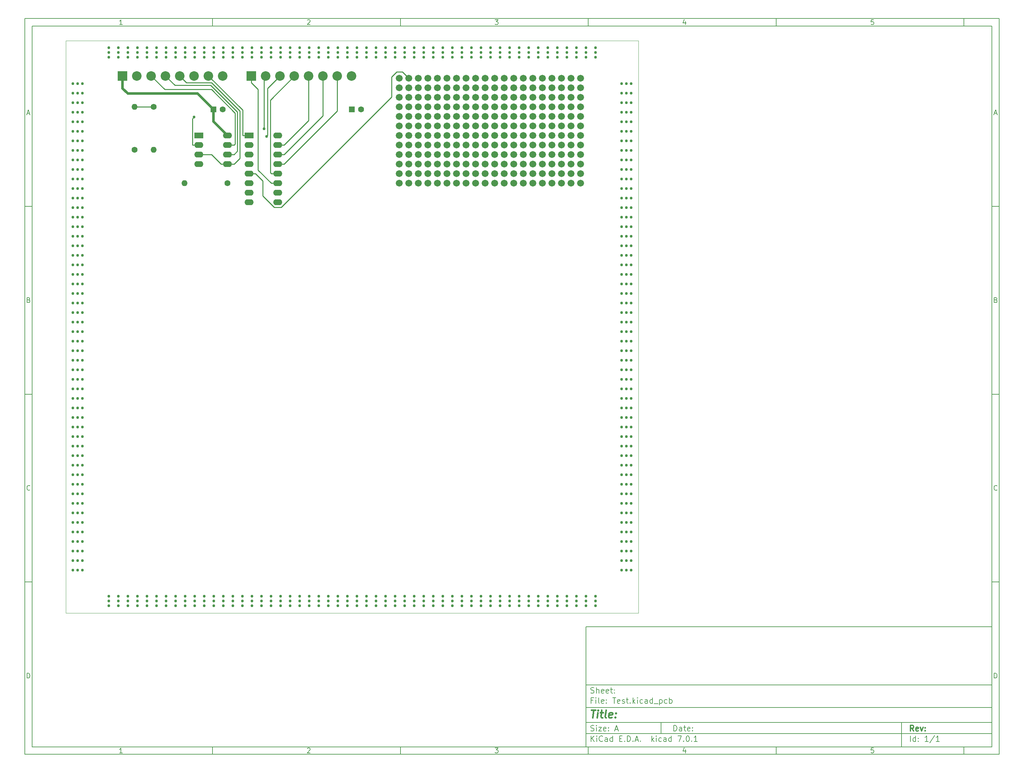
<source format=gbr>
%TF.GenerationSoftware,KiCad,Pcbnew,7.0.1*%
%TF.CreationDate,2023-03-26T09:27:20-05:00*%
%TF.ProjectId,Test,54657374-2e6b-4696-9361-645f70636258,rev?*%
%TF.SameCoordinates,Original*%
%TF.FileFunction,Copper,L1,Top*%
%TF.FilePolarity,Positive*%
%FSLAX46Y46*%
G04 Gerber Fmt 4.6, Leading zero omitted, Abs format (unit mm)*
G04 Created by KiCad (PCBNEW 7.0.1) date 2023-03-26 09:27:20*
%MOMM*%
%LPD*%
G01*
G04 APERTURE LIST*
%ADD10C,0.100000*%
%ADD11C,0.150000*%
%ADD12C,0.300000*%
%ADD13C,0.400000*%
%TA.AperFunction,ComponentPad*%
%ADD14R,2.400000X1.600000*%
%TD*%
%TA.AperFunction,ComponentPad*%
%ADD15O,2.400000X1.600000*%
%TD*%
%TA.AperFunction,ComponentPad*%
%ADD16C,1.828800*%
%TD*%
%TA.AperFunction,ComponentPad*%
%ADD17R,2.540000X2.540000*%
%TD*%
%TA.AperFunction,ComponentPad*%
%ADD18C,2.540000*%
%TD*%
%TA.AperFunction,ComponentPad*%
%ADD19C,1.600000*%
%TD*%
%TA.AperFunction,ComponentPad*%
%ADD20O,1.600000X1.600000*%
%TD*%
%TA.AperFunction,ComponentPad*%
%ADD21R,1.600000X1.600000*%
%TD*%
%TA.AperFunction,ViaPad*%
%ADD22C,0.762000*%
%TD*%
%TA.AperFunction,Conductor*%
%ADD23C,0.254000*%
%TD*%
%TA.AperFunction,Conductor*%
%ADD24C,0.635000*%
%TD*%
%TA.AperFunction,Profile*%
%ADD25C,0.100000*%
%TD*%
G04 APERTURE END LIST*
D10*
D11*
X159400000Y-171900000D02*
X267400000Y-171900000D01*
X267400000Y-203900000D01*
X159400000Y-203900000D01*
X159400000Y-171900000D01*
D10*
D11*
X10000000Y-10000000D02*
X269400000Y-10000000D01*
X269400000Y-205900000D01*
X10000000Y-205900000D01*
X10000000Y-10000000D01*
D10*
D11*
X12000000Y-12000000D02*
X267400000Y-12000000D01*
X267400000Y-203900000D01*
X12000000Y-203900000D01*
X12000000Y-12000000D01*
D10*
D11*
X60000000Y-12000000D02*
X60000000Y-10000000D01*
D10*
D11*
X110000000Y-12000000D02*
X110000000Y-10000000D01*
D10*
D11*
X160000000Y-12000000D02*
X160000000Y-10000000D01*
D10*
D11*
X210000000Y-12000000D02*
X210000000Y-10000000D01*
D10*
D11*
X260000000Y-12000000D02*
X260000000Y-10000000D01*
D10*
D11*
X35990476Y-11601404D02*
X35247619Y-11601404D01*
X35619047Y-11601404D02*
X35619047Y-10301404D01*
X35619047Y-10301404D02*
X35495238Y-10487119D01*
X35495238Y-10487119D02*
X35371428Y-10610928D01*
X35371428Y-10610928D02*
X35247619Y-10672833D01*
D10*
D11*
X85247619Y-10425214D02*
X85309523Y-10363309D01*
X85309523Y-10363309D02*
X85433333Y-10301404D01*
X85433333Y-10301404D02*
X85742857Y-10301404D01*
X85742857Y-10301404D02*
X85866666Y-10363309D01*
X85866666Y-10363309D02*
X85928571Y-10425214D01*
X85928571Y-10425214D02*
X85990476Y-10549023D01*
X85990476Y-10549023D02*
X85990476Y-10672833D01*
X85990476Y-10672833D02*
X85928571Y-10858547D01*
X85928571Y-10858547D02*
X85185714Y-11601404D01*
X85185714Y-11601404D02*
X85990476Y-11601404D01*
D10*
D11*
X135185714Y-10301404D02*
X135990476Y-10301404D01*
X135990476Y-10301404D02*
X135557142Y-10796642D01*
X135557142Y-10796642D02*
X135742857Y-10796642D01*
X135742857Y-10796642D02*
X135866666Y-10858547D01*
X135866666Y-10858547D02*
X135928571Y-10920452D01*
X135928571Y-10920452D02*
X135990476Y-11044261D01*
X135990476Y-11044261D02*
X135990476Y-11353785D01*
X135990476Y-11353785D02*
X135928571Y-11477595D01*
X135928571Y-11477595D02*
X135866666Y-11539500D01*
X135866666Y-11539500D02*
X135742857Y-11601404D01*
X135742857Y-11601404D02*
X135371428Y-11601404D01*
X135371428Y-11601404D02*
X135247619Y-11539500D01*
X135247619Y-11539500D02*
X135185714Y-11477595D01*
D10*
D11*
X185866666Y-10734738D02*
X185866666Y-11601404D01*
X185557142Y-10239500D02*
X185247619Y-11168071D01*
X185247619Y-11168071D02*
X186052380Y-11168071D01*
D10*
D11*
X235928571Y-10301404D02*
X235309523Y-10301404D01*
X235309523Y-10301404D02*
X235247619Y-10920452D01*
X235247619Y-10920452D02*
X235309523Y-10858547D01*
X235309523Y-10858547D02*
X235433333Y-10796642D01*
X235433333Y-10796642D02*
X235742857Y-10796642D01*
X235742857Y-10796642D02*
X235866666Y-10858547D01*
X235866666Y-10858547D02*
X235928571Y-10920452D01*
X235928571Y-10920452D02*
X235990476Y-11044261D01*
X235990476Y-11044261D02*
X235990476Y-11353785D01*
X235990476Y-11353785D02*
X235928571Y-11477595D01*
X235928571Y-11477595D02*
X235866666Y-11539500D01*
X235866666Y-11539500D02*
X235742857Y-11601404D01*
X235742857Y-11601404D02*
X235433333Y-11601404D01*
X235433333Y-11601404D02*
X235309523Y-11539500D01*
X235309523Y-11539500D02*
X235247619Y-11477595D01*
D10*
D11*
X60000000Y-203900000D02*
X60000000Y-205900000D01*
D10*
D11*
X110000000Y-203900000D02*
X110000000Y-205900000D01*
D10*
D11*
X160000000Y-203900000D02*
X160000000Y-205900000D01*
D10*
D11*
X210000000Y-203900000D02*
X210000000Y-205900000D01*
D10*
D11*
X260000000Y-203900000D02*
X260000000Y-205900000D01*
D10*
D11*
X35990476Y-205501404D02*
X35247619Y-205501404D01*
X35619047Y-205501404D02*
X35619047Y-204201404D01*
X35619047Y-204201404D02*
X35495238Y-204387119D01*
X35495238Y-204387119D02*
X35371428Y-204510928D01*
X35371428Y-204510928D02*
X35247619Y-204572833D01*
D10*
D11*
X85247619Y-204325214D02*
X85309523Y-204263309D01*
X85309523Y-204263309D02*
X85433333Y-204201404D01*
X85433333Y-204201404D02*
X85742857Y-204201404D01*
X85742857Y-204201404D02*
X85866666Y-204263309D01*
X85866666Y-204263309D02*
X85928571Y-204325214D01*
X85928571Y-204325214D02*
X85990476Y-204449023D01*
X85990476Y-204449023D02*
X85990476Y-204572833D01*
X85990476Y-204572833D02*
X85928571Y-204758547D01*
X85928571Y-204758547D02*
X85185714Y-205501404D01*
X85185714Y-205501404D02*
X85990476Y-205501404D01*
D10*
D11*
X135185714Y-204201404D02*
X135990476Y-204201404D01*
X135990476Y-204201404D02*
X135557142Y-204696642D01*
X135557142Y-204696642D02*
X135742857Y-204696642D01*
X135742857Y-204696642D02*
X135866666Y-204758547D01*
X135866666Y-204758547D02*
X135928571Y-204820452D01*
X135928571Y-204820452D02*
X135990476Y-204944261D01*
X135990476Y-204944261D02*
X135990476Y-205253785D01*
X135990476Y-205253785D02*
X135928571Y-205377595D01*
X135928571Y-205377595D02*
X135866666Y-205439500D01*
X135866666Y-205439500D02*
X135742857Y-205501404D01*
X135742857Y-205501404D02*
X135371428Y-205501404D01*
X135371428Y-205501404D02*
X135247619Y-205439500D01*
X135247619Y-205439500D02*
X135185714Y-205377595D01*
D10*
D11*
X185866666Y-204634738D02*
X185866666Y-205501404D01*
X185557142Y-204139500D02*
X185247619Y-205068071D01*
X185247619Y-205068071D02*
X186052380Y-205068071D01*
D10*
D11*
X235928571Y-204201404D02*
X235309523Y-204201404D01*
X235309523Y-204201404D02*
X235247619Y-204820452D01*
X235247619Y-204820452D02*
X235309523Y-204758547D01*
X235309523Y-204758547D02*
X235433333Y-204696642D01*
X235433333Y-204696642D02*
X235742857Y-204696642D01*
X235742857Y-204696642D02*
X235866666Y-204758547D01*
X235866666Y-204758547D02*
X235928571Y-204820452D01*
X235928571Y-204820452D02*
X235990476Y-204944261D01*
X235990476Y-204944261D02*
X235990476Y-205253785D01*
X235990476Y-205253785D02*
X235928571Y-205377595D01*
X235928571Y-205377595D02*
X235866666Y-205439500D01*
X235866666Y-205439500D02*
X235742857Y-205501404D01*
X235742857Y-205501404D02*
X235433333Y-205501404D01*
X235433333Y-205501404D02*
X235309523Y-205439500D01*
X235309523Y-205439500D02*
X235247619Y-205377595D01*
D10*
D11*
X10000000Y-60000000D02*
X12000000Y-60000000D01*
D10*
D11*
X10000000Y-110000000D02*
X12000000Y-110000000D01*
D10*
D11*
X10000000Y-160000000D02*
X12000000Y-160000000D01*
D10*
D11*
X10690476Y-35229976D02*
X11309523Y-35229976D01*
X10566666Y-35601404D02*
X10999999Y-34301404D01*
X10999999Y-34301404D02*
X11433333Y-35601404D01*
D10*
D11*
X11092857Y-84920452D02*
X11278571Y-84982357D01*
X11278571Y-84982357D02*
X11340476Y-85044261D01*
X11340476Y-85044261D02*
X11402380Y-85168071D01*
X11402380Y-85168071D02*
X11402380Y-85353785D01*
X11402380Y-85353785D02*
X11340476Y-85477595D01*
X11340476Y-85477595D02*
X11278571Y-85539500D01*
X11278571Y-85539500D02*
X11154761Y-85601404D01*
X11154761Y-85601404D02*
X10659523Y-85601404D01*
X10659523Y-85601404D02*
X10659523Y-84301404D01*
X10659523Y-84301404D02*
X11092857Y-84301404D01*
X11092857Y-84301404D02*
X11216666Y-84363309D01*
X11216666Y-84363309D02*
X11278571Y-84425214D01*
X11278571Y-84425214D02*
X11340476Y-84549023D01*
X11340476Y-84549023D02*
X11340476Y-84672833D01*
X11340476Y-84672833D02*
X11278571Y-84796642D01*
X11278571Y-84796642D02*
X11216666Y-84858547D01*
X11216666Y-84858547D02*
X11092857Y-84920452D01*
X11092857Y-84920452D02*
X10659523Y-84920452D01*
D10*
D11*
X11402380Y-135477595D02*
X11340476Y-135539500D01*
X11340476Y-135539500D02*
X11154761Y-135601404D01*
X11154761Y-135601404D02*
X11030952Y-135601404D01*
X11030952Y-135601404D02*
X10845238Y-135539500D01*
X10845238Y-135539500D02*
X10721428Y-135415690D01*
X10721428Y-135415690D02*
X10659523Y-135291880D01*
X10659523Y-135291880D02*
X10597619Y-135044261D01*
X10597619Y-135044261D02*
X10597619Y-134858547D01*
X10597619Y-134858547D02*
X10659523Y-134610928D01*
X10659523Y-134610928D02*
X10721428Y-134487119D01*
X10721428Y-134487119D02*
X10845238Y-134363309D01*
X10845238Y-134363309D02*
X11030952Y-134301404D01*
X11030952Y-134301404D02*
X11154761Y-134301404D01*
X11154761Y-134301404D02*
X11340476Y-134363309D01*
X11340476Y-134363309D02*
X11402380Y-134425214D01*
D10*
D11*
X10659523Y-185601404D02*
X10659523Y-184301404D01*
X10659523Y-184301404D02*
X10969047Y-184301404D01*
X10969047Y-184301404D02*
X11154761Y-184363309D01*
X11154761Y-184363309D02*
X11278571Y-184487119D01*
X11278571Y-184487119D02*
X11340476Y-184610928D01*
X11340476Y-184610928D02*
X11402380Y-184858547D01*
X11402380Y-184858547D02*
X11402380Y-185044261D01*
X11402380Y-185044261D02*
X11340476Y-185291880D01*
X11340476Y-185291880D02*
X11278571Y-185415690D01*
X11278571Y-185415690D02*
X11154761Y-185539500D01*
X11154761Y-185539500D02*
X10969047Y-185601404D01*
X10969047Y-185601404D02*
X10659523Y-185601404D01*
D10*
D11*
X269400000Y-60000000D02*
X267400000Y-60000000D01*
D10*
D11*
X269400000Y-110000000D02*
X267400000Y-110000000D01*
D10*
D11*
X269400000Y-160000000D02*
X267400000Y-160000000D01*
D10*
D11*
X268090476Y-35229976D02*
X268709523Y-35229976D01*
X267966666Y-35601404D02*
X268399999Y-34301404D01*
X268399999Y-34301404D02*
X268833333Y-35601404D01*
D10*
D11*
X268492857Y-84920452D02*
X268678571Y-84982357D01*
X268678571Y-84982357D02*
X268740476Y-85044261D01*
X268740476Y-85044261D02*
X268802380Y-85168071D01*
X268802380Y-85168071D02*
X268802380Y-85353785D01*
X268802380Y-85353785D02*
X268740476Y-85477595D01*
X268740476Y-85477595D02*
X268678571Y-85539500D01*
X268678571Y-85539500D02*
X268554761Y-85601404D01*
X268554761Y-85601404D02*
X268059523Y-85601404D01*
X268059523Y-85601404D02*
X268059523Y-84301404D01*
X268059523Y-84301404D02*
X268492857Y-84301404D01*
X268492857Y-84301404D02*
X268616666Y-84363309D01*
X268616666Y-84363309D02*
X268678571Y-84425214D01*
X268678571Y-84425214D02*
X268740476Y-84549023D01*
X268740476Y-84549023D02*
X268740476Y-84672833D01*
X268740476Y-84672833D02*
X268678571Y-84796642D01*
X268678571Y-84796642D02*
X268616666Y-84858547D01*
X268616666Y-84858547D02*
X268492857Y-84920452D01*
X268492857Y-84920452D02*
X268059523Y-84920452D01*
D10*
D11*
X268802380Y-135477595D02*
X268740476Y-135539500D01*
X268740476Y-135539500D02*
X268554761Y-135601404D01*
X268554761Y-135601404D02*
X268430952Y-135601404D01*
X268430952Y-135601404D02*
X268245238Y-135539500D01*
X268245238Y-135539500D02*
X268121428Y-135415690D01*
X268121428Y-135415690D02*
X268059523Y-135291880D01*
X268059523Y-135291880D02*
X267997619Y-135044261D01*
X267997619Y-135044261D02*
X267997619Y-134858547D01*
X267997619Y-134858547D02*
X268059523Y-134610928D01*
X268059523Y-134610928D02*
X268121428Y-134487119D01*
X268121428Y-134487119D02*
X268245238Y-134363309D01*
X268245238Y-134363309D02*
X268430952Y-134301404D01*
X268430952Y-134301404D02*
X268554761Y-134301404D01*
X268554761Y-134301404D02*
X268740476Y-134363309D01*
X268740476Y-134363309D02*
X268802380Y-134425214D01*
D10*
D11*
X268059523Y-185601404D02*
X268059523Y-184301404D01*
X268059523Y-184301404D02*
X268369047Y-184301404D01*
X268369047Y-184301404D02*
X268554761Y-184363309D01*
X268554761Y-184363309D02*
X268678571Y-184487119D01*
X268678571Y-184487119D02*
X268740476Y-184610928D01*
X268740476Y-184610928D02*
X268802380Y-184858547D01*
X268802380Y-184858547D02*
X268802380Y-185044261D01*
X268802380Y-185044261D02*
X268740476Y-185291880D01*
X268740476Y-185291880D02*
X268678571Y-185415690D01*
X268678571Y-185415690D02*
X268554761Y-185539500D01*
X268554761Y-185539500D02*
X268369047Y-185601404D01*
X268369047Y-185601404D02*
X268059523Y-185601404D01*
D10*
D11*
X182757142Y-199693928D02*
X182757142Y-198193928D01*
X182757142Y-198193928D02*
X183114285Y-198193928D01*
X183114285Y-198193928D02*
X183328571Y-198265357D01*
X183328571Y-198265357D02*
X183471428Y-198408214D01*
X183471428Y-198408214D02*
X183542857Y-198551071D01*
X183542857Y-198551071D02*
X183614285Y-198836785D01*
X183614285Y-198836785D02*
X183614285Y-199051071D01*
X183614285Y-199051071D02*
X183542857Y-199336785D01*
X183542857Y-199336785D02*
X183471428Y-199479642D01*
X183471428Y-199479642D02*
X183328571Y-199622500D01*
X183328571Y-199622500D02*
X183114285Y-199693928D01*
X183114285Y-199693928D02*
X182757142Y-199693928D01*
X184900000Y-199693928D02*
X184900000Y-198908214D01*
X184900000Y-198908214D02*
X184828571Y-198765357D01*
X184828571Y-198765357D02*
X184685714Y-198693928D01*
X184685714Y-198693928D02*
X184400000Y-198693928D01*
X184400000Y-198693928D02*
X184257142Y-198765357D01*
X184900000Y-199622500D02*
X184757142Y-199693928D01*
X184757142Y-199693928D02*
X184400000Y-199693928D01*
X184400000Y-199693928D02*
X184257142Y-199622500D01*
X184257142Y-199622500D02*
X184185714Y-199479642D01*
X184185714Y-199479642D02*
X184185714Y-199336785D01*
X184185714Y-199336785D02*
X184257142Y-199193928D01*
X184257142Y-199193928D02*
X184400000Y-199122500D01*
X184400000Y-199122500D02*
X184757142Y-199122500D01*
X184757142Y-199122500D02*
X184900000Y-199051071D01*
X185400000Y-198693928D02*
X185971428Y-198693928D01*
X185614285Y-198193928D02*
X185614285Y-199479642D01*
X185614285Y-199479642D02*
X185685714Y-199622500D01*
X185685714Y-199622500D02*
X185828571Y-199693928D01*
X185828571Y-199693928D02*
X185971428Y-199693928D01*
X187042857Y-199622500D02*
X186900000Y-199693928D01*
X186900000Y-199693928D02*
X186614286Y-199693928D01*
X186614286Y-199693928D02*
X186471428Y-199622500D01*
X186471428Y-199622500D02*
X186400000Y-199479642D01*
X186400000Y-199479642D02*
X186400000Y-198908214D01*
X186400000Y-198908214D02*
X186471428Y-198765357D01*
X186471428Y-198765357D02*
X186614286Y-198693928D01*
X186614286Y-198693928D02*
X186900000Y-198693928D01*
X186900000Y-198693928D02*
X187042857Y-198765357D01*
X187042857Y-198765357D02*
X187114286Y-198908214D01*
X187114286Y-198908214D02*
X187114286Y-199051071D01*
X187114286Y-199051071D02*
X186400000Y-199193928D01*
X187757142Y-199551071D02*
X187828571Y-199622500D01*
X187828571Y-199622500D02*
X187757142Y-199693928D01*
X187757142Y-199693928D02*
X187685714Y-199622500D01*
X187685714Y-199622500D02*
X187757142Y-199551071D01*
X187757142Y-199551071D02*
X187757142Y-199693928D01*
X187757142Y-198765357D02*
X187828571Y-198836785D01*
X187828571Y-198836785D02*
X187757142Y-198908214D01*
X187757142Y-198908214D02*
X187685714Y-198836785D01*
X187685714Y-198836785D02*
X187757142Y-198765357D01*
X187757142Y-198765357D02*
X187757142Y-198908214D01*
D10*
D11*
X159400000Y-200400000D02*
X267400000Y-200400000D01*
D10*
D11*
X160757142Y-202493928D02*
X160757142Y-200993928D01*
X161614285Y-202493928D02*
X160971428Y-201636785D01*
X161614285Y-200993928D02*
X160757142Y-201851071D01*
X162257142Y-202493928D02*
X162257142Y-201493928D01*
X162257142Y-200993928D02*
X162185714Y-201065357D01*
X162185714Y-201065357D02*
X162257142Y-201136785D01*
X162257142Y-201136785D02*
X162328571Y-201065357D01*
X162328571Y-201065357D02*
X162257142Y-200993928D01*
X162257142Y-200993928D02*
X162257142Y-201136785D01*
X163828571Y-202351071D02*
X163757143Y-202422500D01*
X163757143Y-202422500D02*
X163542857Y-202493928D01*
X163542857Y-202493928D02*
X163400000Y-202493928D01*
X163400000Y-202493928D02*
X163185714Y-202422500D01*
X163185714Y-202422500D02*
X163042857Y-202279642D01*
X163042857Y-202279642D02*
X162971428Y-202136785D01*
X162971428Y-202136785D02*
X162900000Y-201851071D01*
X162900000Y-201851071D02*
X162900000Y-201636785D01*
X162900000Y-201636785D02*
X162971428Y-201351071D01*
X162971428Y-201351071D02*
X163042857Y-201208214D01*
X163042857Y-201208214D02*
X163185714Y-201065357D01*
X163185714Y-201065357D02*
X163400000Y-200993928D01*
X163400000Y-200993928D02*
X163542857Y-200993928D01*
X163542857Y-200993928D02*
X163757143Y-201065357D01*
X163757143Y-201065357D02*
X163828571Y-201136785D01*
X165114286Y-202493928D02*
X165114286Y-201708214D01*
X165114286Y-201708214D02*
X165042857Y-201565357D01*
X165042857Y-201565357D02*
X164900000Y-201493928D01*
X164900000Y-201493928D02*
X164614286Y-201493928D01*
X164614286Y-201493928D02*
X164471428Y-201565357D01*
X165114286Y-202422500D02*
X164971428Y-202493928D01*
X164971428Y-202493928D02*
X164614286Y-202493928D01*
X164614286Y-202493928D02*
X164471428Y-202422500D01*
X164471428Y-202422500D02*
X164400000Y-202279642D01*
X164400000Y-202279642D02*
X164400000Y-202136785D01*
X164400000Y-202136785D02*
X164471428Y-201993928D01*
X164471428Y-201993928D02*
X164614286Y-201922500D01*
X164614286Y-201922500D02*
X164971428Y-201922500D01*
X164971428Y-201922500D02*
X165114286Y-201851071D01*
X166471429Y-202493928D02*
X166471429Y-200993928D01*
X166471429Y-202422500D02*
X166328571Y-202493928D01*
X166328571Y-202493928D02*
X166042857Y-202493928D01*
X166042857Y-202493928D02*
X165900000Y-202422500D01*
X165900000Y-202422500D02*
X165828571Y-202351071D01*
X165828571Y-202351071D02*
X165757143Y-202208214D01*
X165757143Y-202208214D02*
X165757143Y-201779642D01*
X165757143Y-201779642D02*
X165828571Y-201636785D01*
X165828571Y-201636785D02*
X165900000Y-201565357D01*
X165900000Y-201565357D02*
X166042857Y-201493928D01*
X166042857Y-201493928D02*
X166328571Y-201493928D01*
X166328571Y-201493928D02*
X166471429Y-201565357D01*
X168328571Y-201708214D02*
X168828571Y-201708214D01*
X169042857Y-202493928D02*
X168328571Y-202493928D01*
X168328571Y-202493928D02*
X168328571Y-200993928D01*
X168328571Y-200993928D02*
X169042857Y-200993928D01*
X169685714Y-202351071D02*
X169757143Y-202422500D01*
X169757143Y-202422500D02*
X169685714Y-202493928D01*
X169685714Y-202493928D02*
X169614286Y-202422500D01*
X169614286Y-202422500D02*
X169685714Y-202351071D01*
X169685714Y-202351071D02*
X169685714Y-202493928D01*
X170400000Y-202493928D02*
X170400000Y-200993928D01*
X170400000Y-200993928D02*
X170757143Y-200993928D01*
X170757143Y-200993928D02*
X170971429Y-201065357D01*
X170971429Y-201065357D02*
X171114286Y-201208214D01*
X171114286Y-201208214D02*
X171185715Y-201351071D01*
X171185715Y-201351071D02*
X171257143Y-201636785D01*
X171257143Y-201636785D02*
X171257143Y-201851071D01*
X171257143Y-201851071D02*
X171185715Y-202136785D01*
X171185715Y-202136785D02*
X171114286Y-202279642D01*
X171114286Y-202279642D02*
X170971429Y-202422500D01*
X170971429Y-202422500D02*
X170757143Y-202493928D01*
X170757143Y-202493928D02*
X170400000Y-202493928D01*
X171900000Y-202351071D02*
X171971429Y-202422500D01*
X171971429Y-202422500D02*
X171900000Y-202493928D01*
X171900000Y-202493928D02*
X171828572Y-202422500D01*
X171828572Y-202422500D02*
X171900000Y-202351071D01*
X171900000Y-202351071D02*
X171900000Y-202493928D01*
X172542858Y-202065357D02*
X173257144Y-202065357D01*
X172400001Y-202493928D02*
X172900001Y-200993928D01*
X172900001Y-200993928D02*
X173400001Y-202493928D01*
X173900000Y-202351071D02*
X173971429Y-202422500D01*
X173971429Y-202422500D02*
X173900000Y-202493928D01*
X173900000Y-202493928D02*
X173828572Y-202422500D01*
X173828572Y-202422500D02*
X173900000Y-202351071D01*
X173900000Y-202351071D02*
X173900000Y-202493928D01*
X176900000Y-202493928D02*
X176900000Y-200993928D01*
X177042858Y-201922500D02*
X177471429Y-202493928D01*
X177471429Y-201493928D02*
X176900000Y-202065357D01*
X178114286Y-202493928D02*
X178114286Y-201493928D01*
X178114286Y-200993928D02*
X178042858Y-201065357D01*
X178042858Y-201065357D02*
X178114286Y-201136785D01*
X178114286Y-201136785D02*
X178185715Y-201065357D01*
X178185715Y-201065357D02*
X178114286Y-200993928D01*
X178114286Y-200993928D02*
X178114286Y-201136785D01*
X179471430Y-202422500D02*
X179328572Y-202493928D01*
X179328572Y-202493928D02*
X179042858Y-202493928D01*
X179042858Y-202493928D02*
X178900001Y-202422500D01*
X178900001Y-202422500D02*
X178828572Y-202351071D01*
X178828572Y-202351071D02*
X178757144Y-202208214D01*
X178757144Y-202208214D02*
X178757144Y-201779642D01*
X178757144Y-201779642D02*
X178828572Y-201636785D01*
X178828572Y-201636785D02*
X178900001Y-201565357D01*
X178900001Y-201565357D02*
X179042858Y-201493928D01*
X179042858Y-201493928D02*
X179328572Y-201493928D01*
X179328572Y-201493928D02*
X179471430Y-201565357D01*
X180757144Y-202493928D02*
X180757144Y-201708214D01*
X180757144Y-201708214D02*
X180685715Y-201565357D01*
X180685715Y-201565357D02*
X180542858Y-201493928D01*
X180542858Y-201493928D02*
X180257144Y-201493928D01*
X180257144Y-201493928D02*
X180114286Y-201565357D01*
X180757144Y-202422500D02*
X180614286Y-202493928D01*
X180614286Y-202493928D02*
X180257144Y-202493928D01*
X180257144Y-202493928D02*
X180114286Y-202422500D01*
X180114286Y-202422500D02*
X180042858Y-202279642D01*
X180042858Y-202279642D02*
X180042858Y-202136785D01*
X180042858Y-202136785D02*
X180114286Y-201993928D01*
X180114286Y-201993928D02*
X180257144Y-201922500D01*
X180257144Y-201922500D02*
X180614286Y-201922500D01*
X180614286Y-201922500D02*
X180757144Y-201851071D01*
X182114287Y-202493928D02*
X182114287Y-200993928D01*
X182114287Y-202422500D02*
X181971429Y-202493928D01*
X181971429Y-202493928D02*
X181685715Y-202493928D01*
X181685715Y-202493928D02*
X181542858Y-202422500D01*
X181542858Y-202422500D02*
X181471429Y-202351071D01*
X181471429Y-202351071D02*
X181400001Y-202208214D01*
X181400001Y-202208214D02*
X181400001Y-201779642D01*
X181400001Y-201779642D02*
X181471429Y-201636785D01*
X181471429Y-201636785D02*
X181542858Y-201565357D01*
X181542858Y-201565357D02*
X181685715Y-201493928D01*
X181685715Y-201493928D02*
X181971429Y-201493928D01*
X181971429Y-201493928D02*
X182114287Y-201565357D01*
X183828572Y-200993928D02*
X184828572Y-200993928D01*
X184828572Y-200993928D02*
X184185715Y-202493928D01*
X185400000Y-202351071D02*
X185471429Y-202422500D01*
X185471429Y-202422500D02*
X185400000Y-202493928D01*
X185400000Y-202493928D02*
X185328572Y-202422500D01*
X185328572Y-202422500D02*
X185400000Y-202351071D01*
X185400000Y-202351071D02*
X185400000Y-202493928D01*
X186400001Y-200993928D02*
X186542858Y-200993928D01*
X186542858Y-200993928D02*
X186685715Y-201065357D01*
X186685715Y-201065357D02*
X186757144Y-201136785D01*
X186757144Y-201136785D02*
X186828572Y-201279642D01*
X186828572Y-201279642D02*
X186900001Y-201565357D01*
X186900001Y-201565357D02*
X186900001Y-201922500D01*
X186900001Y-201922500D02*
X186828572Y-202208214D01*
X186828572Y-202208214D02*
X186757144Y-202351071D01*
X186757144Y-202351071D02*
X186685715Y-202422500D01*
X186685715Y-202422500D02*
X186542858Y-202493928D01*
X186542858Y-202493928D02*
X186400001Y-202493928D01*
X186400001Y-202493928D02*
X186257144Y-202422500D01*
X186257144Y-202422500D02*
X186185715Y-202351071D01*
X186185715Y-202351071D02*
X186114286Y-202208214D01*
X186114286Y-202208214D02*
X186042858Y-201922500D01*
X186042858Y-201922500D02*
X186042858Y-201565357D01*
X186042858Y-201565357D02*
X186114286Y-201279642D01*
X186114286Y-201279642D02*
X186185715Y-201136785D01*
X186185715Y-201136785D02*
X186257144Y-201065357D01*
X186257144Y-201065357D02*
X186400001Y-200993928D01*
X187542857Y-202351071D02*
X187614286Y-202422500D01*
X187614286Y-202422500D02*
X187542857Y-202493928D01*
X187542857Y-202493928D02*
X187471429Y-202422500D01*
X187471429Y-202422500D02*
X187542857Y-202351071D01*
X187542857Y-202351071D02*
X187542857Y-202493928D01*
X189042858Y-202493928D02*
X188185715Y-202493928D01*
X188614286Y-202493928D02*
X188614286Y-200993928D01*
X188614286Y-200993928D02*
X188471429Y-201208214D01*
X188471429Y-201208214D02*
X188328572Y-201351071D01*
X188328572Y-201351071D02*
X188185715Y-201422500D01*
D10*
D11*
X159400000Y-197400000D02*
X267400000Y-197400000D01*
D10*
D12*
X246614285Y-199693928D02*
X246114285Y-198979642D01*
X245757142Y-199693928D02*
X245757142Y-198193928D01*
X245757142Y-198193928D02*
X246328571Y-198193928D01*
X246328571Y-198193928D02*
X246471428Y-198265357D01*
X246471428Y-198265357D02*
X246542857Y-198336785D01*
X246542857Y-198336785D02*
X246614285Y-198479642D01*
X246614285Y-198479642D02*
X246614285Y-198693928D01*
X246614285Y-198693928D02*
X246542857Y-198836785D01*
X246542857Y-198836785D02*
X246471428Y-198908214D01*
X246471428Y-198908214D02*
X246328571Y-198979642D01*
X246328571Y-198979642D02*
X245757142Y-198979642D01*
X247828571Y-199622500D02*
X247685714Y-199693928D01*
X247685714Y-199693928D02*
X247400000Y-199693928D01*
X247400000Y-199693928D02*
X247257142Y-199622500D01*
X247257142Y-199622500D02*
X247185714Y-199479642D01*
X247185714Y-199479642D02*
X247185714Y-198908214D01*
X247185714Y-198908214D02*
X247257142Y-198765357D01*
X247257142Y-198765357D02*
X247400000Y-198693928D01*
X247400000Y-198693928D02*
X247685714Y-198693928D01*
X247685714Y-198693928D02*
X247828571Y-198765357D01*
X247828571Y-198765357D02*
X247900000Y-198908214D01*
X247900000Y-198908214D02*
X247900000Y-199051071D01*
X247900000Y-199051071D02*
X247185714Y-199193928D01*
X248399999Y-198693928D02*
X248757142Y-199693928D01*
X248757142Y-199693928D02*
X249114285Y-198693928D01*
X249685713Y-199551071D02*
X249757142Y-199622500D01*
X249757142Y-199622500D02*
X249685713Y-199693928D01*
X249685713Y-199693928D02*
X249614285Y-199622500D01*
X249614285Y-199622500D02*
X249685713Y-199551071D01*
X249685713Y-199551071D02*
X249685713Y-199693928D01*
X249685713Y-198765357D02*
X249757142Y-198836785D01*
X249757142Y-198836785D02*
X249685713Y-198908214D01*
X249685713Y-198908214D02*
X249614285Y-198836785D01*
X249614285Y-198836785D02*
X249685713Y-198765357D01*
X249685713Y-198765357D02*
X249685713Y-198908214D01*
D10*
D11*
X160685714Y-199622500D02*
X160900000Y-199693928D01*
X160900000Y-199693928D02*
X161257142Y-199693928D01*
X161257142Y-199693928D02*
X161400000Y-199622500D01*
X161400000Y-199622500D02*
X161471428Y-199551071D01*
X161471428Y-199551071D02*
X161542857Y-199408214D01*
X161542857Y-199408214D02*
X161542857Y-199265357D01*
X161542857Y-199265357D02*
X161471428Y-199122500D01*
X161471428Y-199122500D02*
X161400000Y-199051071D01*
X161400000Y-199051071D02*
X161257142Y-198979642D01*
X161257142Y-198979642D02*
X160971428Y-198908214D01*
X160971428Y-198908214D02*
X160828571Y-198836785D01*
X160828571Y-198836785D02*
X160757142Y-198765357D01*
X160757142Y-198765357D02*
X160685714Y-198622500D01*
X160685714Y-198622500D02*
X160685714Y-198479642D01*
X160685714Y-198479642D02*
X160757142Y-198336785D01*
X160757142Y-198336785D02*
X160828571Y-198265357D01*
X160828571Y-198265357D02*
X160971428Y-198193928D01*
X160971428Y-198193928D02*
X161328571Y-198193928D01*
X161328571Y-198193928D02*
X161542857Y-198265357D01*
X162185713Y-199693928D02*
X162185713Y-198693928D01*
X162185713Y-198193928D02*
X162114285Y-198265357D01*
X162114285Y-198265357D02*
X162185713Y-198336785D01*
X162185713Y-198336785D02*
X162257142Y-198265357D01*
X162257142Y-198265357D02*
X162185713Y-198193928D01*
X162185713Y-198193928D02*
X162185713Y-198336785D01*
X162757142Y-198693928D02*
X163542857Y-198693928D01*
X163542857Y-198693928D02*
X162757142Y-199693928D01*
X162757142Y-199693928D02*
X163542857Y-199693928D01*
X164685714Y-199622500D02*
X164542857Y-199693928D01*
X164542857Y-199693928D02*
X164257143Y-199693928D01*
X164257143Y-199693928D02*
X164114285Y-199622500D01*
X164114285Y-199622500D02*
X164042857Y-199479642D01*
X164042857Y-199479642D02*
X164042857Y-198908214D01*
X164042857Y-198908214D02*
X164114285Y-198765357D01*
X164114285Y-198765357D02*
X164257143Y-198693928D01*
X164257143Y-198693928D02*
X164542857Y-198693928D01*
X164542857Y-198693928D02*
X164685714Y-198765357D01*
X164685714Y-198765357D02*
X164757143Y-198908214D01*
X164757143Y-198908214D02*
X164757143Y-199051071D01*
X164757143Y-199051071D02*
X164042857Y-199193928D01*
X165399999Y-199551071D02*
X165471428Y-199622500D01*
X165471428Y-199622500D02*
X165399999Y-199693928D01*
X165399999Y-199693928D02*
X165328571Y-199622500D01*
X165328571Y-199622500D02*
X165399999Y-199551071D01*
X165399999Y-199551071D02*
X165399999Y-199693928D01*
X165399999Y-198765357D02*
X165471428Y-198836785D01*
X165471428Y-198836785D02*
X165399999Y-198908214D01*
X165399999Y-198908214D02*
X165328571Y-198836785D01*
X165328571Y-198836785D02*
X165399999Y-198765357D01*
X165399999Y-198765357D02*
X165399999Y-198908214D01*
X167185714Y-199265357D02*
X167900000Y-199265357D01*
X167042857Y-199693928D02*
X167542857Y-198193928D01*
X167542857Y-198193928D02*
X168042857Y-199693928D01*
D10*
D11*
X245757142Y-202493928D02*
X245757142Y-200993928D01*
X247114286Y-202493928D02*
X247114286Y-200993928D01*
X247114286Y-202422500D02*
X246971428Y-202493928D01*
X246971428Y-202493928D02*
X246685714Y-202493928D01*
X246685714Y-202493928D02*
X246542857Y-202422500D01*
X246542857Y-202422500D02*
X246471428Y-202351071D01*
X246471428Y-202351071D02*
X246400000Y-202208214D01*
X246400000Y-202208214D02*
X246400000Y-201779642D01*
X246400000Y-201779642D02*
X246471428Y-201636785D01*
X246471428Y-201636785D02*
X246542857Y-201565357D01*
X246542857Y-201565357D02*
X246685714Y-201493928D01*
X246685714Y-201493928D02*
X246971428Y-201493928D01*
X246971428Y-201493928D02*
X247114286Y-201565357D01*
X247828571Y-202351071D02*
X247900000Y-202422500D01*
X247900000Y-202422500D02*
X247828571Y-202493928D01*
X247828571Y-202493928D02*
X247757143Y-202422500D01*
X247757143Y-202422500D02*
X247828571Y-202351071D01*
X247828571Y-202351071D02*
X247828571Y-202493928D01*
X247828571Y-201565357D02*
X247900000Y-201636785D01*
X247900000Y-201636785D02*
X247828571Y-201708214D01*
X247828571Y-201708214D02*
X247757143Y-201636785D01*
X247757143Y-201636785D02*
X247828571Y-201565357D01*
X247828571Y-201565357D02*
X247828571Y-201708214D01*
X250471429Y-202493928D02*
X249614286Y-202493928D01*
X250042857Y-202493928D02*
X250042857Y-200993928D01*
X250042857Y-200993928D02*
X249900000Y-201208214D01*
X249900000Y-201208214D02*
X249757143Y-201351071D01*
X249757143Y-201351071D02*
X249614286Y-201422500D01*
X252185714Y-200922500D02*
X250900000Y-202851071D01*
X253471429Y-202493928D02*
X252614286Y-202493928D01*
X253042857Y-202493928D02*
X253042857Y-200993928D01*
X253042857Y-200993928D02*
X252900000Y-201208214D01*
X252900000Y-201208214D02*
X252757143Y-201351071D01*
X252757143Y-201351071D02*
X252614286Y-201422500D01*
D10*
D11*
X159400000Y-193400000D02*
X267400000Y-193400000D01*
D10*
D13*
X160828571Y-194125238D02*
X161971428Y-194125238D01*
X161150000Y-196125238D02*
X161400000Y-194125238D01*
X162376190Y-196125238D02*
X162542857Y-194791904D01*
X162626190Y-194125238D02*
X162519047Y-194220476D01*
X162519047Y-194220476D02*
X162602381Y-194315714D01*
X162602381Y-194315714D02*
X162709524Y-194220476D01*
X162709524Y-194220476D02*
X162626190Y-194125238D01*
X162626190Y-194125238D02*
X162602381Y-194315714D01*
X163197619Y-194791904D02*
X163959523Y-194791904D01*
X163566666Y-194125238D02*
X163352381Y-195839523D01*
X163352381Y-195839523D02*
X163423809Y-196030000D01*
X163423809Y-196030000D02*
X163602381Y-196125238D01*
X163602381Y-196125238D02*
X163792857Y-196125238D01*
X164733333Y-196125238D02*
X164554761Y-196030000D01*
X164554761Y-196030000D02*
X164483333Y-195839523D01*
X164483333Y-195839523D02*
X164697618Y-194125238D01*
X166257142Y-196030000D02*
X166054761Y-196125238D01*
X166054761Y-196125238D02*
X165673808Y-196125238D01*
X165673808Y-196125238D02*
X165495237Y-196030000D01*
X165495237Y-196030000D02*
X165423808Y-195839523D01*
X165423808Y-195839523D02*
X165519047Y-195077619D01*
X165519047Y-195077619D02*
X165638094Y-194887142D01*
X165638094Y-194887142D02*
X165840475Y-194791904D01*
X165840475Y-194791904D02*
X166221427Y-194791904D01*
X166221427Y-194791904D02*
X166399999Y-194887142D01*
X166399999Y-194887142D02*
X166471427Y-195077619D01*
X166471427Y-195077619D02*
X166447618Y-195268095D01*
X166447618Y-195268095D02*
X165471427Y-195458571D01*
X167209523Y-195934761D02*
X167292856Y-196030000D01*
X167292856Y-196030000D02*
X167185713Y-196125238D01*
X167185713Y-196125238D02*
X167102380Y-196030000D01*
X167102380Y-196030000D02*
X167209523Y-195934761D01*
X167209523Y-195934761D02*
X167185713Y-196125238D01*
X167340475Y-194887142D02*
X167423808Y-194982380D01*
X167423808Y-194982380D02*
X167316666Y-195077619D01*
X167316666Y-195077619D02*
X167233332Y-194982380D01*
X167233332Y-194982380D02*
X167340475Y-194887142D01*
X167340475Y-194887142D02*
X167316666Y-195077619D01*
D10*
D11*
X161257142Y-191508214D02*
X160757142Y-191508214D01*
X160757142Y-192293928D02*
X160757142Y-190793928D01*
X160757142Y-190793928D02*
X161471428Y-190793928D01*
X162042856Y-192293928D02*
X162042856Y-191293928D01*
X162042856Y-190793928D02*
X161971428Y-190865357D01*
X161971428Y-190865357D02*
X162042856Y-190936785D01*
X162042856Y-190936785D02*
X162114285Y-190865357D01*
X162114285Y-190865357D02*
X162042856Y-190793928D01*
X162042856Y-190793928D02*
X162042856Y-190936785D01*
X162971428Y-192293928D02*
X162828571Y-192222500D01*
X162828571Y-192222500D02*
X162757142Y-192079642D01*
X162757142Y-192079642D02*
X162757142Y-190793928D01*
X164114285Y-192222500D02*
X163971428Y-192293928D01*
X163971428Y-192293928D02*
X163685714Y-192293928D01*
X163685714Y-192293928D02*
X163542856Y-192222500D01*
X163542856Y-192222500D02*
X163471428Y-192079642D01*
X163471428Y-192079642D02*
X163471428Y-191508214D01*
X163471428Y-191508214D02*
X163542856Y-191365357D01*
X163542856Y-191365357D02*
X163685714Y-191293928D01*
X163685714Y-191293928D02*
X163971428Y-191293928D01*
X163971428Y-191293928D02*
X164114285Y-191365357D01*
X164114285Y-191365357D02*
X164185714Y-191508214D01*
X164185714Y-191508214D02*
X164185714Y-191651071D01*
X164185714Y-191651071D02*
X163471428Y-191793928D01*
X164828570Y-192151071D02*
X164899999Y-192222500D01*
X164899999Y-192222500D02*
X164828570Y-192293928D01*
X164828570Y-192293928D02*
X164757142Y-192222500D01*
X164757142Y-192222500D02*
X164828570Y-192151071D01*
X164828570Y-192151071D02*
X164828570Y-192293928D01*
X164828570Y-191365357D02*
X164899999Y-191436785D01*
X164899999Y-191436785D02*
X164828570Y-191508214D01*
X164828570Y-191508214D02*
X164757142Y-191436785D01*
X164757142Y-191436785D02*
X164828570Y-191365357D01*
X164828570Y-191365357D02*
X164828570Y-191508214D01*
X166471428Y-190793928D02*
X167328571Y-190793928D01*
X166899999Y-192293928D02*
X166899999Y-190793928D01*
X168399999Y-192222500D02*
X168257142Y-192293928D01*
X168257142Y-192293928D02*
X167971428Y-192293928D01*
X167971428Y-192293928D02*
X167828570Y-192222500D01*
X167828570Y-192222500D02*
X167757142Y-192079642D01*
X167757142Y-192079642D02*
X167757142Y-191508214D01*
X167757142Y-191508214D02*
X167828570Y-191365357D01*
X167828570Y-191365357D02*
X167971428Y-191293928D01*
X167971428Y-191293928D02*
X168257142Y-191293928D01*
X168257142Y-191293928D02*
X168399999Y-191365357D01*
X168399999Y-191365357D02*
X168471428Y-191508214D01*
X168471428Y-191508214D02*
X168471428Y-191651071D01*
X168471428Y-191651071D02*
X167757142Y-191793928D01*
X169042856Y-192222500D02*
X169185713Y-192293928D01*
X169185713Y-192293928D02*
X169471427Y-192293928D01*
X169471427Y-192293928D02*
X169614284Y-192222500D01*
X169614284Y-192222500D02*
X169685713Y-192079642D01*
X169685713Y-192079642D02*
X169685713Y-192008214D01*
X169685713Y-192008214D02*
X169614284Y-191865357D01*
X169614284Y-191865357D02*
X169471427Y-191793928D01*
X169471427Y-191793928D02*
X169257142Y-191793928D01*
X169257142Y-191793928D02*
X169114284Y-191722500D01*
X169114284Y-191722500D02*
X169042856Y-191579642D01*
X169042856Y-191579642D02*
X169042856Y-191508214D01*
X169042856Y-191508214D02*
X169114284Y-191365357D01*
X169114284Y-191365357D02*
X169257142Y-191293928D01*
X169257142Y-191293928D02*
X169471427Y-191293928D01*
X169471427Y-191293928D02*
X169614284Y-191365357D01*
X170114285Y-191293928D02*
X170685713Y-191293928D01*
X170328570Y-190793928D02*
X170328570Y-192079642D01*
X170328570Y-192079642D02*
X170399999Y-192222500D01*
X170399999Y-192222500D02*
X170542856Y-192293928D01*
X170542856Y-192293928D02*
X170685713Y-192293928D01*
X171185713Y-192151071D02*
X171257142Y-192222500D01*
X171257142Y-192222500D02*
X171185713Y-192293928D01*
X171185713Y-192293928D02*
X171114285Y-192222500D01*
X171114285Y-192222500D02*
X171185713Y-192151071D01*
X171185713Y-192151071D02*
X171185713Y-192293928D01*
X171899999Y-192293928D02*
X171899999Y-190793928D01*
X172042857Y-191722500D02*
X172471428Y-192293928D01*
X172471428Y-191293928D02*
X171899999Y-191865357D01*
X173114285Y-192293928D02*
X173114285Y-191293928D01*
X173114285Y-190793928D02*
X173042857Y-190865357D01*
X173042857Y-190865357D02*
X173114285Y-190936785D01*
X173114285Y-190936785D02*
X173185714Y-190865357D01*
X173185714Y-190865357D02*
X173114285Y-190793928D01*
X173114285Y-190793928D02*
X173114285Y-190936785D01*
X174471429Y-192222500D02*
X174328571Y-192293928D01*
X174328571Y-192293928D02*
X174042857Y-192293928D01*
X174042857Y-192293928D02*
X173900000Y-192222500D01*
X173900000Y-192222500D02*
X173828571Y-192151071D01*
X173828571Y-192151071D02*
X173757143Y-192008214D01*
X173757143Y-192008214D02*
X173757143Y-191579642D01*
X173757143Y-191579642D02*
X173828571Y-191436785D01*
X173828571Y-191436785D02*
X173900000Y-191365357D01*
X173900000Y-191365357D02*
X174042857Y-191293928D01*
X174042857Y-191293928D02*
X174328571Y-191293928D01*
X174328571Y-191293928D02*
X174471429Y-191365357D01*
X175757143Y-192293928D02*
X175757143Y-191508214D01*
X175757143Y-191508214D02*
X175685714Y-191365357D01*
X175685714Y-191365357D02*
X175542857Y-191293928D01*
X175542857Y-191293928D02*
X175257143Y-191293928D01*
X175257143Y-191293928D02*
X175114285Y-191365357D01*
X175757143Y-192222500D02*
X175614285Y-192293928D01*
X175614285Y-192293928D02*
X175257143Y-192293928D01*
X175257143Y-192293928D02*
X175114285Y-192222500D01*
X175114285Y-192222500D02*
X175042857Y-192079642D01*
X175042857Y-192079642D02*
X175042857Y-191936785D01*
X175042857Y-191936785D02*
X175114285Y-191793928D01*
X175114285Y-191793928D02*
X175257143Y-191722500D01*
X175257143Y-191722500D02*
X175614285Y-191722500D01*
X175614285Y-191722500D02*
X175757143Y-191651071D01*
X177114286Y-192293928D02*
X177114286Y-190793928D01*
X177114286Y-192222500D02*
X176971428Y-192293928D01*
X176971428Y-192293928D02*
X176685714Y-192293928D01*
X176685714Y-192293928D02*
X176542857Y-192222500D01*
X176542857Y-192222500D02*
X176471428Y-192151071D01*
X176471428Y-192151071D02*
X176400000Y-192008214D01*
X176400000Y-192008214D02*
X176400000Y-191579642D01*
X176400000Y-191579642D02*
X176471428Y-191436785D01*
X176471428Y-191436785D02*
X176542857Y-191365357D01*
X176542857Y-191365357D02*
X176685714Y-191293928D01*
X176685714Y-191293928D02*
X176971428Y-191293928D01*
X176971428Y-191293928D02*
X177114286Y-191365357D01*
X177471429Y-192436785D02*
X178614286Y-192436785D01*
X178971428Y-191293928D02*
X178971428Y-192793928D01*
X178971428Y-191365357D02*
X179114286Y-191293928D01*
X179114286Y-191293928D02*
X179400000Y-191293928D01*
X179400000Y-191293928D02*
X179542857Y-191365357D01*
X179542857Y-191365357D02*
X179614286Y-191436785D01*
X179614286Y-191436785D02*
X179685714Y-191579642D01*
X179685714Y-191579642D02*
X179685714Y-192008214D01*
X179685714Y-192008214D02*
X179614286Y-192151071D01*
X179614286Y-192151071D02*
X179542857Y-192222500D01*
X179542857Y-192222500D02*
X179400000Y-192293928D01*
X179400000Y-192293928D02*
X179114286Y-192293928D01*
X179114286Y-192293928D02*
X178971428Y-192222500D01*
X180971429Y-192222500D02*
X180828571Y-192293928D01*
X180828571Y-192293928D02*
X180542857Y-192293928D01*
X180542857Y-192293928D02*
X180400000Y-192222500D01*
X180400000Y-192222500D02*
X180328571Y-192151071D01*
X180328571Y-192151071D02*
X180257143Y-192008214D01*
X180257143Y-192008214D02*
X180257143Y-191579642D01*
X180257143Y-191579642D02*
X180328571Y-191436785D01*
X180328571Y-191436785D02*
X180400000Y-191365357D01*
X180400000Y-191365357D02*
X180542857Y-191293928D01*
X180542857Y-191293928D02*
X180828571Y-191293928D01*
X180828571Y-191293928D02*
X180971429Y-191365357D01*
X181614285Y-192293928D02*
X181614285Y-190793928D01*
X181614285Y-191365357D02*
X181757143Y-191293928D01*
X181757143Y-191293928D02*
X182042857Y-191293928D01*
X182042857Y-191293928D02*
X182185714Y-191365357D01*
X182185714Y-191365357D02*
X182257143Y-191436785D01*
X182257143Y-191436785D02*
X182328571Y-191579642D01*
X182328571Y-191579642D02*
X182328571Y-192008214D01*
X182328571Y-192008214D02*
X182257143Y-192151071D01*
X182257143Y-192151071D02*
X182185714Y-192222500D01*
X182185714Y-192222500D02*
X182042857Y-192293928D01*
X182042857Y-192293928D02*
X181757143Y-192293928D01*
X181757143Y-192293928D02*
X181614285Y-192222500D01*
D10*
D11*
X159400000Y-187400000D02*
X267400000Y-187400000D01*
D10*
D11*
X160685714Y-189522500D02*
X160900000Y-189593928D01*
X160900000Y-189593928D02*
X161257142Y-189593928D01*
X161257142Y-189593928D02*
X161400000Y-189522500D01*
X161400000Y-189522500D02*
X161471428Y-189451071D01*
X161471428Y-189451071D02*
X161542857Y-189308214D01*
X161542857Y-189308214D02*
X161542857Y-189165357D01*
X161542857Y-189165357D02*
X161471428Y-189022500D01*
X161471428Y-189022500D02*
X161400000Y-188951071D01*
X161400000Y-188951071D02*
X161257142Y-188879642D01*
X161257142Y-188879642D02*
X160971428Y-188808214D01*
X160971428Y-188808214D02*
X160828571Y-188736785D01*
X160828571Y-188736785D02*
X160757142Y-188665357D01*
X160757142Y-188665357D02*
X160685714Y-188522500D01*
X160685714Y-188522500D02*
X160685714Y-188379642D01*
X160685714Y-188379642D02*
X160757142Y-188236785D01*
X160757142Y-188236785D02*
X160828571Y-188165357D01*
X160828571Y-188165357D02*
X160971428Y-188093928D01*
X160971428Y-188093928D02*
X161328571Y-188093928D01*
X161328571Y-188093928D02*
X161542857Y-188165357D01*
X162185713Y-189593928D02*
X162185713Y-188093928D01*
X162828571Y-189593928D02*
X162828571Y-188808214D01*
X162828571Y-188808214D02*
X162757142Y-188665357D01*
X162757142Y-188665357D02*
X162614285Y-188593928D01*
X162614285Y-188593928D02*
X162399999Y-188593928D01*
X162399999Y-188593928D02*
X162257142Y-188665357D01*
X162257142Y-188665357D02*
X162185713Y-188736785D01*
X164114285Y-189522500D02*
X163971428Y-189593928D01*
X163971428Y-189593928D02*
X163685714Y-189593928D01*
X163685714Y-189593928D02*
X163542856Y-189522500D01*
X163542856Y-189522500D02*
X163471428Y-189379642D01*
X163471428Y-189379642D02*
X163471428Y-188808214D01*
X163471428Y-188808214D02*
X163542856Y-188665357D01*
X163542856Y-188665357D02*
X163685714Y-188593928D01*
X163685714Y-188593928D02*
X163971428Y-188593928D01*
X163971428Y-188593928D02*
X164114285Y-188665357D01*
X164114285Y-188665357D02*
X164185714Y-188808214D01*
X164185714Y-188808214D02*
X164185714Y-188951071D01*
X164185714Y-188951071D02*
X163471428Y-189093928D01*
X165399999Y-189522500D02*
X165257142Y-189593928D01*
X165257142Y-189593928D02*
X164971428Y-189593928D01*
X164971428Y-189593928D02*
X164828570Y-189522500D01*
X164828570Y-189522500D02*
X164757142Y-189379642D01*
X164757142Y-189379642D02*
X164757142Y-188808214D01*
X164757142Y-188808214D02*
X164828570Y-188665357D01*
X164828570Y-188665357D02*
X164971428Y-188593928D01*
X164971428Y-188593928D02*
X165257142Y-188593928D01*
X165257142Y-188593928D02*
X165399999Y-188665357D01*
X165399999Y-188665357D02*
X165471428Y-188808214D01*
X165471428Y-188808214D02*
X165471428Y-188951071D01*
X165471428Y-188951071D02*
X164757142Y-189093928D01*
X165899999Y-188593928D02*
X166471427Y-188593928D01*
X166114284Y-188093928D02*
X166114284Y-189379642D01*
X166114284Y-189379642D02*
X166185713Y-189522500D01*
X166185713Y-189522500D02*
X166328570Y-189593928D01*
X166328570Y-189593928D02*
X166471427Y-189593928D01*
X166971427Y-189451071D02*
X167042856Y-189522500D01*
X167042856Y-189522500D02*
X166971427Y-189593928D01*
X166971427Y-189593928D02*
X166899999Y-189522500D01*
X166899999Y-189522500D02*
X166971427Y-189451071D01*
X166971427Y-189451071D02*
X166971427Y-189593928D01*
X166971427Y-188665357D02*
X167042856Y-188736785D01*
X167042856Y-188736785D02*
X166971427Y-188808214D01*
X166971427Y-188808214D02*
X166899999Y-188736785D01*
X166899999Y-188736785D02*
X166971427Y-188665357D01*
X166971427Y-188665357D02*
X166971427Y-188808214D01*
D10*
D12*
D10*
D11*
D10*
D11*
D10*
D11*
D10*
D11*
D10*
D11*
X179400000Y-197400000D02*
X179400000Y-200400000D01*
D10*
D11*
X243400000Y-197400000D02*
X243400000Y-203900000D01*
D14*
%TO.P,U1,1*%
%TO.N,Net-(U2-X)*%
X56388000Y-41148000D03*
D15*
%TO.P,U1,2,-*%
%TO.N,/Sig*%
X56388000Y-43688000D03*
%TO.P,U1,3,+*%
%TO.N,/Ref*%
X56388000Y-46228000D03*
%TO.P,U1,4,V-*%
%TO.N,GND*%
X56388000Y-48768000D03*
%TO.P,U1,5,+*%
%TO.N,/Ref*%
X64008000Y-48768000D03*
%TO.P,U1,6,-*%
%TO.N,Net-(U1B--)*%
X64008000Y-46228000D03*
%TO.P,U1,7*%
%TO.N,/sense*%
X64008000Y-43688000D03*
%TO.P,U1,8,V+*%
%TO.N,+12V*%
X64008000Y-41148000D03*
%TD*%
D16*
%TO.P,J13,1,Pin_1*%
%TO.N,+5V*%
X109728000Y-53848000D03*
%TO.P,J13,2,Pin_2*%
%TO.N,GND*%
X112268000Y-53848000D03*
%TO.P,J13,3,Pin_3*%
X114808000Y-53848000D03*
%TO.P,J13,4,Pin_4*%
X117348000Y-53848000D03*
%TO.P,J13,5,Pin_5*%
X119888000Y-53848000D03*
%TO.P,J13,6,Pin_6*%
X122428000Y-53848000D03*
%TO.P,J13,7,Pin_7*%
X124968000Y-53848000D03*
%TO.P,J13,8,Pin_8*%
X127508000Y-53848000D03*
%TO.P,J13,9,Pin_9*%
X130048000Y-53848000D03*
%TO.P,J13,10,Pin_10*%
X132588000Y-53848000D03*
%TO.P,J13,11,Pin_11*%
X135128000Y-53848000D03*
%TO.P,J13,12,Pin_12*%
X137668000Y-53848000D03*
%TO.P,J13,13,Pin_13*%
X140208000Y-53848000D03*
%TO.P,J13,14,Pin_14*%
X142748000Y-53848000D03*
%TO.P,J13,15,Pin_15*%
X145288000Y-53848000D03*
%TO.P,J13,16,Pin_16*%
X147828000Y-53848000D03*
%TO.P,J13,17,Pin_17*%
X150368000Y-53848000D03*
%TO.P,J13,18,Pin_18*%
X152908000Y-53848000D03*
%TO.P,J13,19,Pin_19*%
X155448000Y-53848000D03*
%TO.P,J13,20,Pin_20*%
X157988000Y-53848000D03*
%TD*%
D17*
%TO.P,J2,1,1*%
%TO.N,/SELA*%
X70358000Y-25273000D03*
D18*
%TO.P,J2,2,2*%
%TO.N,/SELB*%
X74168000Y-25273000D03*
%TO.P,J2,3,3*%
%TO.N,/SELC*%
X77978000Y-25273000D03*
%TO.P,J2,4,4*%
%TO.N,Net-(U2-X3)*%
X81788000Y-25273000D03*
%TO.P,J2,5,5*%
%TO.N,Net-(U2-X2)*%
X85598000Y-25273000D03*
%TO.P,J2,6,6*%
%TO.N,Net-(U2-X1)*%
X89408000Y-25273000D03*
%TO.P,J2,7,7*%
%TO.N,Net-(U2-X0)*%
X93218000Y-25273000D03*
%TO.P,J2,8,8*%
%TO.N,+5V*%
X97028000Y-25273000D03*
%TD*%
D16*
%TO.P,J7,1,Pin_1*%
%TO.N,+5V*%
X109728000Y-48768000D03*
%TO.P,J7,2,Pin_2*%
%TO.N,unconnected-(J7-Pin_2-Pad2)*%
X112268000Y-48768000D03*
%TO.P,J7,3,Pin_3*%
%TO.N,unconnected-(J7-Pin_3-Pad3)*%
X114808000Y-48768000D03*
%TO.P,J7,4,Pin_4*%
%TO.N,unconnected-(J7-Pin_4-Pad4)*%
X117348000Y-48768000D03*
%TO.P,J7,5,Pin_5*%
%TO.N,unconnected-(J7-Pin_5-Pad5)*%
X119888000Y-48768000D03*
%TO.P,J7,6,Pin_6*%
%TO.N,unconnected-(J7-Pin_6-Pad6)*%
X122428000Y-48768000D03*
%TO.P,J7,7,Pin_7*%
%TO.N,unconnected-(J7-Pin_7-Pad7)*%
X124968000Y-48768000D03*
%TO.P,J7,8,Pin_8*%
%TO.N,unconnected-(J7-Pin_8-Pad8)*%
X127508000Y-48768000D03*
%TO.P,J7,9,Pin_9*%
%TO.N,unconnected-(J7-Pin_9-Pad9)*%
X130048000Y-48768000D03*
%TO.P,J7,10,Pin_10*%
%TO.N,unconnected-(J7-Pin_10-Pad10)*%
X132588000Y-48768000D03*
%TO.P,J7,11,Pin_11*%
%TO.N,unconnected-(J7-Pin_11-Pad11)*%
X135128000Y-48768000D03*
%TO.P,J7,12,Pin_12*%
%TO.N,unconnected-(J7-Pin_12-Pad12)*%
X137668000Y-48768000D03*
%TO.P,J7,13,Pin_13*%
%TO.N,unconnected-(J7-Pin_13-Pad13)*%
X140208000Y-48768000D03*
%TO.P,J7,14,Pin_14*%
%TO.N,unconnected-(J7-Pin_14-Pad14)*%
X142748000Y-48768000D03*
%TO.P,J7,15,Pin_15*%
%TO.N,unconnected-(J7-Pin_15-Pad15)*%
X145288000Y-48768000D03*
%TO.P,J7,16,Pin_16*%
%TO.N,unconnected-(J7-Pin_16-Pad16)*%
X147828000Y-48768000D03*
%TO.P,J7,17,Pin_17*%
%TO.N,unconnected-(J7-Pin_17-Pad17)*%
X150368000Y-48768000D03*
%TO.P,J7,18,Pin_18*%
%TO.N,unconnected-(J7-Pin_18-Pad18)*%
X152908000Y-48768000D03*
%TO.P,J7,19,Pin_19*%
%TO.N,unconnected-(J7-Pin_19-Pad19)*%
X155448000Y-48768000D03*
%TO.P,J7,20,Pin_20*%
%TO.N,GND*%
X157988000Y-48768000D03*
%TD*%
%TO.P,J8,1,Pin_1*%
%TO.N,+5V*%
X109728000Y-46228000D03*
%TO.P,J8,2,Pin_2*%
%TO.N,unconnected-(J8-Pin_2-Pad2)*%
X112268000Y-46228000D03*
%TO.P,J8,3,Pin_3*%
%TO.N,unconnected-(J8-Pin_3-Pad3)*%
X114808000Y-46228000D03*
%TO.P,J8,4,Pin_4*%
%TO.N,unconnected-(J8-Pin_4-Pad4)*%
X117348000Y-46228000D03*
%TO.P,J8,5,Pin_5*%
%TO.N,unconnected-(J8-Pin_5-Pad5)*%
X119888000Y-46228000D03*
%TO.P,J8,6,Pin_6*%
%TO.N,unconnected-(J8-Pin_6-Pad6)*%
X122428000Y-46228000D03*
%TO.P,J8,7,Pin_7*%
%TO.N,unconnected-(J8-Pin_7-Pad7)*%
X124968000Y-46228000D03*
%TO.P,J8,8,Pin_8*%
%TO.N,unconnected-(J8-Pin_8-Pad8)*%
X127508000Y-46228000D03*
%TO.P,J8,9,Pin_9*%
%TO.N,unconnected-(J8-Pin_9-Pad9)*%
X130048000Y-46228000D03*
%TO.P,J8,10,Pin_10*%
%TO.N,unconnected-(J8-Pin_10-Pad10)*%
X132588000Y-46228000D03*
%TO.P,J8,11,Pin_11*%
%TO.N,unconnected-(J8-Pin_11-Pad11)*%
X135128000Y-46228000D03*
%TO.P,J8,12,Pin_12*%
%TO.N,unconnected-(J8-Pin_12-Pad12)*%
X137668000Y-46228000D03*
%TO.P,J8,13,Pin_13*%
%TO.N,unconnected-(J8-Pin_13-Pad13)*%
X140208000Y-46228000D03*
%TO.P,J8,14,Pin_14*%
%TO.N,unconnected-(J8-Pin_14-Pad14)*%
X142748000Y-46228000D03*
%TO.P,J8,15,Pin_15*%
%TO.N,unconnected-(J8-Pin_15-Pad15)*%
X145288000Y-46228000D03*
%TO.P,J8,16,Pin_16*%
%TO.N,unconnected-(J8-Pin_16-Pad16)*%
X147828000Y-46228000D03*
%TO.P,J8,17,Pin_17*%
%TO.N,unconnected-(J8-Pin_17-Pad17)*%
X150368000Y-46228000D03*
%TO.P,J8,18,Pin_18*%
%TO.N,unconnected-(J8-Pin_18-Pad18)*%
X152908000Y-46228000D03*
%TO.P,J8,19,Pin_19*%
%TO.N,unconnected-(J8-Pin_19-Pad19)*%
X155448000Y-46228000D03*
%TO.P,J8,20,Pin_20*%
%TO.N,GND*%
X157988000Y-46228000D03*
%TD*%
D17*
%TO.P,J1,1,1*%
%TO.N,+12V*%
X36068000Y-25273000D03*
D18*
%TO.P,J1,2,2*%
%TO.N,/supply_div*%
X39878000Y-25273000D03*
%TO.P,J1,3,3*%
%TO.N,/sense*%
X43688000Y-25273000D03*
%TO.P,J1,4,4*%
%TO.N,Net-(U1B--)*%
X47498000Y-25273000D03*
%TO.P,J1,5,5*%
%TO.N,/Ref*%
X51308000Y-25273000D03*
%TO.P,J1,6,6*%
%TO.N,/Sig*%
X55118000Y-25273000D03*
%TO.P,J1,7,7*%
%TO.N,Net-(U2-X4)*%
X58928000Y-25273000D03*
%TO.P,J1,8,8*%
%TO.N,GND*%
X62738000Y-25273000D03*
%TD*%
D14*
%TO.P,U2,1,X4*%
%TO.N,Net-(U2-X4)*%
X69723000Y-41148000D03*
D15*
%TO.P,U2,2,X6*%
%TO.N,unconnected-(U2-X6-Pad2)*%
X69723000Y-43688000D03*
%TO.P,U2,3,X*%
%TO.N,Net-(U2-X)*%
X69723000Y-46228000D03*
%TO.P,U2,4,X7*%
%TO.N,unconnected-(U2-X7-Pad4)*%
X69723000Y-48768000D03*
%TO.P,U2,5,X5*%
%TO.N,Net-(J6-Pin_2)*%
X69723000Y-51308000D03*
%TO.P,U2,6,INH*%
%TO.N,GND*%
X69723000Y-53848000D03*
%TO.P,U2,7,VEE*%
X69723000Y-56388000D03*
%TO.P,U2,8,VSS*%
X69723000Y-58928000D03*
%TO.P,U2,9,C*%
%TO.N,/SELC*%
X77343000Y-58928000D03*
%TO.P,U2,10,B*%
%TO.N,/SELB*%
X77343000Y-56388000D03*
%TO.P,U2,11,A*%
%TO.N,/SELA*%
X77343000Y-53848000D03*
%TO.P,U2,12,X3*%
%TO.N,Net-(U2-X3)*%
X77343000Y-51308000D03*
%TO.P,U2,13,X0*%
%TO.N,Net-(U2-X0)*%
X77343000Y-48768000D03*
%TO.P,U2,14,X1*%
%TO.N,Net-(U2-X1)*%
X77343000Y-46228000D03*
%TO.P,U2,15,X2*%
%TO.N,Net-(U2-X2)*%
X77343000Y-43688000D03*
%TO.P,U2,16,VDD*%
%TO.N,+5V*%
X77343000Y-41148000D03*
%TD*%
D16*
%TO.P,J5,1,Pin_1*%
%TO.N,+5V*%
X109728000Y-28448000D03*
%TO.P,J5,2,Pin_2*%
%TO.N,unconnected-(J5-Pin_2-Pad2)*%
X112268000Y-28448000D03*
%TO.P,J5,3,Pin_3*%
%TO.N,unconnected-(J5-Pin_3-Pad3)*%
X114808000Y-28448000D03*
%TO.P,J5,4,Pin_4*%
%TO.N,unconnected-(J5-Pin_4-Pad4)*%
X117348000Y-28448000D03*
%TO.P,J5,5,Pin_5*%
%TO.N,unconnected-(J5-Pin_5-Pad5)*%
X119888000Y-28448000D03*
%TO.P,J5,6,Pin_6*%
%TO.N,unconnected-(J5-Pin_6-Pad6)*%
X122428000Y-28448000D03*
%TO.P,J5,7,Pin_7*%
%TO.N,unconnected-(J5-Pin_7-Pad7)*%
X124968000Y-28448000D03*
%TO.P,J5,8,Pin_8*%
%TO.N,unconnected-(J5-Pin_8-Pad8)*%
X127508000Y-28448000D03*
%TO.P,J5,9,Pin_9*%
%TO.N,unconnected-(J5-Pin_9-Pad9)*%
X130048000Y-28448000D03*
%TO.P,J5,10,Pin_10*%
%TO.N,unconnected-(J5-Pin_10-Pad10)*%
X132588000Y-28448000D03*
%TO.P,J5,11,Pin_11*%
%TO.N,unconnected-(J5-Pin_11-Pad11)*%
X135128000Y-28448000D03*
%TO.P,J5,12,Pin_12*%
%TO.N,unconnected-(J5-Pin_12-Pad12)*%
X137668000Y-28448000D03*
%TO.P,J5,13,Pin_13*%
%TO.N,unconnected-(J5-Pin_13-Pad13)*%
X140208000Y-28448000D03*
%TO.P,J5,14,Pin_14*%
%TO.N,unconnected-(J5-Pin_14-Pad14)*%
X142748000Y-28448000D03*
%TO.P,J5,15,Pin_15*%
%TO.N,unconnected-(J5-Pin_15-Pad15)*%
X145288000Y-28448000D03*
%TO.P,J5,16,Pin_16*%
%TO.N,unconnected-(J5-Pin_16-Pad16)*%
X147828000Y-28448000D03*
%TO.P,J5,17,Pin_17*%
%TO.N,unconnected-(J5-Pin_17-Pad17)*%
X150368000Y-28448000D03*
%TO.P,J5,18,Pin_18*%
%TO.N,unconnected-(J5-Pin_18-Pad18)*%
X152908000Y-28448000D03*
%TO.P,J5,19,Pin_19*%
%TO.N,unconnected-(J5-Pin_19-Pad19)*%
X155448000Y-28448000D03*
%TO.P,J5,20,Pin_20*%
%TO.N,GND*%
X157988000Y-28448000D03*
%TD*%
%TO.P,J14,1,Pin_1*%
%TO.N,+5V*%
X109728000Y-51308000D03*
%TO.P,J14,2,Pin_2*%
%TO.N,unconnected-(J14-Pin_2-Pad2)*%
X112268000Y-51308000D03*
%TO.P,J14,3,Pin_3*%
%TO.N,unconnected-(J14-Pin_3-Pad3)*%
X114808000Y-51308000D03*
%TO.P,J14,4,Pin_4*%
%TO.N,unconnected-(J14-Pin_4-Pad4)*%
X117348000Y-51308000D03*
%TO.P,J14,5,Pin_5*%
%TO.N,unconnected-(J14-Pin_5-Pad5)*%
X119888000Y-51308000D03*
%TO.P,J14,6,Pin_6*%
%TO.N,unconnected-(J14-Pin_6-Pad6)*%
X122428000Y-51308000D03*
%TO.P,J14,7,Pin_7*%
%TO.N,unconnected-(J14-Pin_7-Pad7)*%
X124968000Y-51308000D03*
%TO.P,J14,8,Pin_8*%
%TO.N,unconnected-(J14-Pin_8-Pad8)*%
X127508000Y-51308000D03*
%TO.P,J14,9,Pin_9*%
%TO.N,unconnected-(J14-Pin_9-Pad9)*%
X130048000Y-51308000D03*
%TO.P,J14,10,Pin_10*%
%TO.N,unconnected-(J14-Pin_10-Pad10)*%
X132588000Y-51308000D03*
%TO.P,J14,11,Pin_11*%
%TO.N,unconnected-(J14-Pin_11-Pad11)*%
X135128000Y-51308000D03*
%TO.P,J14,12,Pin_12*%
%TO.N,unconnected-(J14-Pin_12-Pad12)*%
X137668000Y-51308000D03*
%TO.P,J14,13,Pin_13*%
%TO.N,unconnected-(J14-Pin_13-Pad13)*%
X140208000Y-51308000D03*
%TO.P,J14,14,Pin_14*%
%TO.N,unconnected-(J14-Pin_14-Pad14)*%
X142748000Y-51308000D03*
%TO.P,J14,15,Pin_15*%
%TO.N,unconnected-(J14-Pin_15-Pad15)*%
X145288000Y-51308000D03*
%TO.P,J14,16,Pin_16*%
%TO.N,unconnected-(J14-Pin_16-Pad16)*%
X147828000Y-51308000D03*
%TO.P,J14,17,Pin_17*%
%TO.N,unconnected-(J14-Pin_17-Pad17)*%
X150368000Y-51308000D03*
%TO.P,J14,18,Pin_18*%
%TO.N,unconnected-(J14-Pin_18-Pad18)*%
X152908000Y-51308000D03*
%TO.P,J14,19,Pin_19*%
%TO.N,unconnected-(J14-Pin_19-Pad19)*%
X155448000Y-51308000D03*
%TO.P,J14,20,Pin_20*%
%TO.N,GND*%
X157988000Y-51308000D03*
%TD*%
%TO.P,J3,1,Pin_1*%
%TO.N,+5V*%
X109728000Y-33528000D03*
%TO.P,J3,2,Pin_2*%
%TO.N,unconnected-(J3-Pin_2-Pad2)*%
X112268000Y-33528000D03*
%TO.P,J3,3,Pin_3*%
%TO.N,unconnected-(J3-Pin_3-Pad3)*%
X114808000Y-33528000D03*
%TO.P,J3,4,Pin_4*%
%TO.N,unconnected-(J3-Pin_4-Pad4)*%
X117348000Y-33528000D03*
%TO.P,J3,5,Pin_5*%
%TO.N,unconnected-(J3-Pin_5-Pad5)*%
X119888000Y-33528000D03*
%TO.P,J3,6,Pin_6*%
%TO.N,unconnected-(J3-Pin_6-Pad6)*%
X122428000Y-33528000D03*
%TO.P,J3,7,Pin_7*%
%TO.N,unconnected-(J3-Pin_7-Pad7)*%
X124968000Y-33528000D03*
%TO.P,J3,8,Pin_8*%
%TO.N,unconnected-(J3-Pin_8-Pad8)*%
X127508000Y-33528000D03*
%TO.P,J3,9,Pin_9*%
%TO.N,unconnected-(J3-Pin_9-Pad9)*%
X130048000Y-33528000D03*
%TO.P,J3,10,Pin_10*%
%TO.N,unconnected-(J3-Pin_10-Pad10)*%
X132588000Y-33528000D03*
%TO.P,J3,11,Pin_11*%
%TO.N,unconnected-(J3-Pin_11-Pad11)*%
X135128000Y-33528000D03*
%TO.P,J3,12,Pin_12*%
%TO.N,unconnected-(J3-Pin_12-Pad12)*%
X137668000Y-33528000D03*
%TO.P,J3,13,Pin_13*%
%TO.N,unconnected-(J3-Pin_13-Pad13)*%
X140208000Y-33528000D03*
%TO.P,J3,14,Pin_14*%
%TO.N,unconnected-(J3-Pin_14-Pad14)*%
X142748000Y-33528000D03*
%TO.P,J3,15,Pin_15*%
%TO.N,unconnected-(J3-Pin_15-Pad15)*%
X145288000Y-33528000D03*
%TO.P,J3,16,Pin_16*%
%TO.N,unconnected-(J3-Pin_16-Pad16)*%
X147828000Y-33528000D03*
%TO.P,J3,17,Pin_17*%
%TO.N,unconnected-(J3-Pin_17-Pad17)*%
X150368000Y-33528000D03*
%TO.P,J3,18,Pin_18*%
%TO.N,unconnected-(J3-Pin_18-Pad18)*%
X152908000Y-33528000D03*
%TO.P,J3,19,Pin_19*%
%TO.N,unconnected-(J3-Pin_19-Pad19)*%
X155448000Y-33528000D03*
%TO.P,J3,20,Pin_20*%
%TO.N,GND*%
X157988000Y-33528000D03*
%TD*%
D19*
%TO.P,R2,1*%
%TO.N,+5V*%
X39243000Y-44958000D03*
D20*
%TO.P,R2,2*%
%TO.N,/supply_div*%
X39243000Y-33528000D03*
%TD*%
D16*
%TO.P,J12,1,Pin_1*%
%TO.N,+5V*%
X109728000Y-36068000D03*
%TO.P,J12,2,Pin_2*%
%TO.N,unconnected-(J12-Pin_2-Pad2)*%
X112268000Y-36068000D03*
%TO.P,J12,3,Pin_3*%
%TO.N,unconnected-(J12-Pin_3-Pad3)*%
X114808000Y-36068000D03*
%TO.P,J12,4,Pin_4*%
%TO.N,unconnected-(J12-Pin_4-Pad4)*%
X117348000Y-36068000D03*
%TO.P,J12,5,Pin_5*%
%TO.N,unconnected-(J12-Pin_5-Pad5)*%
X119888000Y-36068000D03*
%TO.P,J12,6,Pin_6*%
%TO.N,unconnected-(J12-Pin_6-Pad6)*%
X122428000Y-36068000D03*
%TO.P,J12,7,Pin_7*%
%TO.N,unconnected-(J12-Pin_7-Pad7)*%
X124968000Y-36068000D03*
%TO.P,J12,8,Pin_8*%
%TO.N,unconnected-(J12-Pin_8-Pad8)*%
X127508000Y-36068000D03*
%TO.P,J12,9,Pin_9*%
%TO.N,unconnected-(J12-Pin_9-Pad9)*%
X130048000Y-36068000D03*
%TO.P,J12,10,Pin_10*%
%TO.N,unconnected-(J12-Pin_10-Pad10)*%
X132588000Y-36068000D03*
%TO.P,J12,11,Pin_11*%
%TO.N,unconnected-(J12-Pin_11-Pad11)*%
X135128000Y-36068000D03*
%TO.P,J12,12,Pin_12*%
%TO.N,unconnected-(J12-Pin_12-Pad12)*%
X137668000Y-36068000D03*
%TO.P,J12,13,Pin_13*%
%TO.N,unconnected-(J12-Pin_13-Pad13)*%
X140208000Y-36068000D03*
%TO.P,J12,14,Pin_14*%
%TO.N,unconnected-(J12-Pin_14-Pad14)*%
X142748000Y-36068000D03*
%TO.P,J12,15,Pin_15*%
%TO.N,unconnected-(J12-Pin_15-Pad15)*%
X145288000Y-36068000D03*
%TO.P,J12,16,Pin_16*%
%TO.N,unconnected-(J12-Pin_16-Pad16)*%
X147828000Y-36068000D03*
%TO.P,J12,17,Pin_17*%
%TO.N,unconnected-(J12-Pin_17-Pad17)*%
X150368000Y-36068000D03*
%TO.P,J12,18,Pin_18*%
%TO.N,unconnected-(J12-Pin_18-Pad18)*%
X152908000Y-36068000D03*
%TO.P,J12,19,Pin_19*%
%TO.N,unconnected-(J12-Pin_19-Pad19)*%
X155448000Y-36068000D03*
%TO.P,J12,20,Pin_20*%
%TO.N,GND*%
X157988000Y-36068000D03*
%TD*%
%TO.P,J10,1,Pin_1*%
%TO.N,+5V*%
X109728000Y-41148000D03*
%TO.P,J10,2,Pin_2*%
%TO.N,unconnected-(J10-Pin_2-Pad2)*%
X112268000Y-41148000D03*
%TO.P,J10,3,Pin_3*%
%TO.N,unconnected-(J10-Pin_3-Pad3)*%
X114808000Y-41148000D03*
%TO.P,J10,4,Pin_4*%
%TO.N,unconnected-(J10-Pin_4-Pad4)*%
X117348000Y-41148000D03*
%TO.P,J10,5,Pin_5*%
%TO.N,unconnected-(J10-Pin_5-Pad5)*%
X119888000Y-41148000D03*
%TO.P,J10,6,Pin_6*%
%TO.N,unconnected-(J10-Pin_6-Pad6)*%
X122428000Y-41148000D03*
%TO.P,J10,7,Pin_7*%
%TO.N,unconnected-(J10-Pin_7-Pad7)*%
X124968000Y-41148000D03*
%TO.P,J10,8,Pin_8*%
%TO.N,unconnected-(J10-Pin_8-Pad8)*%
X127508000Y-41148000D03*
%TO.P,J10,9,Pin_9*%
%TO.N,unconnected-(J10-Pin_9-Pad9)*%
X130048000Y-41148000D03*
%TO.P,J10,10,Pin_10*%
%TO.N,unconnected-(J10-Pin_10-Pad10)*%
X132588000Y-41148000D03*
%TO.P,J10,11,Pin_11*%
%TO.N,unconnected-(J10-Pin_11-Pad11)*%
X135128000Y-41148000D03*
%TO.P,J10,12,Pin_12*%
%TO.N,unconnected-(J10-Pin_12-Pad12)*%
X137668000Y-41148000D03*
%TO.P,J10,13,Pin_13*%
%TO.N,unconnected-(J10-Pin_13-Pad13)*%
X140208000Y-41148000D03*
%TO.P,J10,14,Pin_14*%
%TO.N,unconnected-(J10-Pin_14-Pad14)*%
X142748000Y-41148000D03*
%TO.P,J10,15,Pin_15*%
%TO.N,unconnected-(J10-Pin_15-Pad15)*%
X145288000Y-41148000D03*
%TO.P,J10,16,Pin_16*%
%TO.N,unconnected-(J10-Pin_16-Pad16)*%
X147828000Y-41148000D03*
%TO.P,J10,17,Pin_17*%
%TO.N,unconnected-(J10-Pin_17-Pad17)*%
X150368000Y-41148000D03*
%TO.P,J10,18,Pin_18*%
%TO.N,unconnected-(J10-Pin_18-Pad18)*%
X152908000Y-41148000D03*
%TO.P,J10,19,Pin_19*%
%TO.N,unconnected-(J10-Pin_19-Pad19)*%
X155448000Y-41148000D03*
%TO.P,J10,20,Pin_20*%
%TO.N,GND*%
X157988000Y-41148000D03*
%TD*%
%TO.P,J4,1,Pin_1*%
%TO.N,+5V*%
X109728000Y-30988000D03*
%TO.P,J4,2,Pin_2*%
%TO.N,unconnected-(J4-Pin_2-Pad2)*%
X112268000Y-30988000D03*
%TO.P,J4,3,Pin_3*%
%TO.N,unconnected-(J4-Pin_3-Pad3)*%
X114808000Y-30988000D03*
%TO.P,J4,4,Pin_4*%
%TO.N,unconnected-(J4-Pin_4-Pad4)*%
X117348000Y-30988000D03*
%TO.P,J4,5,Pin_5*%
%TO.N,unconnected-(J4-Pin_5-Pad5)*%
X119888000Y-30988000D03*
%TO.P,J4,6,Pin_6*%
%TO.N,unconnected-(J4-Pin_6-Pad6)*%
X122428000Y-30988000D03*
%TO.P,J4,7,Pin_7*%
%TO.N,unconnected-(J4-Pin_7-Pad7)*%
X124968000Y-30988000D03*
%TO.P,J4,8,Pin_8*%
%TO.N,unconnected-(J4-Pin_8-Pad8)*%
X127508000Y-30988000D03*
%TO.P,J4,9,Pin_9*%
%TO.N,unconnected-(J4-Pin_9-Pad9)*%
X130048000Y-30988000D03*
%TO.P,J4,10,Pin_10*%
%TO.N,unconnected-(J4-Pin_10-Pad10)*%
X132588000Y-30988000D03*
%TO.P,J4,11,Pin_11*%
%TO.N,unconnected-(J4-Pin_11-Pad11)*%
X135128000Y-30988000D03*
%TO.P,J4,12,Pin_12*%
%TO.N,unconnected-(J4-Pin_12-Pad12)*%
X137668000Y-30988000D03*
%TO.P,J4,13,Pin_13*%
%TO.N,unconnected-(J4-Pin_13-Pad13)*%
X140208000Y-30988000D03*
%TO.P,J4,14,Pin_14*%
%TO.N,unconnected-(J4-Pin_14-Pad14)*%
X142748000Y-30988000D03*
%TO.P,J4,15,Pin_15*%
%TO.N,unconnected-(J4-Pin_15-Pad15)*%
X145288000Y-30988000D03*
%TO.P,J4,16,Pin_16*%
%TO.N,unconnected-(J4-Pin_16-Pad16)*%
X147828000Y-30988000D03*
%TO.P,J4,17,Pin_17*%
%TO.N,unconnected-(J4-Pin_17-Pad17)*%
X150368000Y-30988000D03*
%TO.P,J4,18,Pin_18*%
%TO.N,unconnected-(J4-Pin_18-Pad18)*%
X152908000Y-30988000D03*
%TO.P,J4,19,Pin_19*%
%TO.N,unconnected-(J4-Pin_19-Pad19)*%
X155448000Y-30988000D03*
%TO.P,J4,20,Pin_20*%
%TO.N,GND*%
X157988000Y-30988000D03*
%TD*%
D19*
%TO.P,R3,1*%
%TO.N,Net-(U2-X)*%
X64008000Y-53848000D03*
D20*
%TO.P,R3,2*%
%TO.N,/sense*%
X52578000Y-53848000D03*
%TD*%
D21*
%TO.P,C2,1*%
%TO.N,+5V*%
X97068000Y-34163000D03*
D19*
%TO.P,C2,2*%
%TO.N,GND*%
X99568000Y-34163000D03*
%TD*%
D16*
%TO.P,J9,1,Pin_1*%
%TO.N,+5V*%
X109728000Y-43688000D03*
%TO.P,J9,2,Pin_2*%
%TO.N,unconnected-(J9-Pin_2-Pad2)*%
X112268000Y-43688000D03*
%TO.P,J9,3,Pin_3*%
%TO.N,unconnected-(J9-Pin_3-Pad3)*%
X114808000Y-43688000D03*
%TO.P,J9,4,Pin_4*%
%TO.N,unconnected-(J9-Pin_4-Pad4)*%
X117348000Y-43688000D03*
%TO.P,J9,5,Pin_5*%
%TO.N,unconnected-(J9-Pin_5-Pad5)*%
X119888000Y-43688000D03*
%TO.P,J9,6,Pin_6*%
%TO.N,unconnected-(J9-Pin_6-Pad6)*%
X122428000Y-43688000D03*
%TO.P,J9,7,Pin_7*%
%TO.N,unconnected-(J9-Pin_7-Pad7)*%
X124968000Y-43688000D03*
%TO.P,J9,8,Pin_8*%
%TO.N,unconnected-(J9-Pin_8-Pad8)*%
X127508000Y-43688000D03*
%TO.P,J9,9,Pin_9*%
%TO.N,unconnected-(J9-Pin_9-Pad9)*%
X130048000Y-43688000D03*
%TO.P,J9,10,Pin_10*%
%TO.N,unconnected-(J9-Pin_10-Pad10)*%
X132588000Y-43688000D03*
%TO.P,J9,11,Pin_11*%
%TO.N,unconnected-(J9-Pin_11-Pad11)*%
X135128000Y-43688000D03*
%TO.P,J9,12,Pin_12*%
%TO.N,unconnected-(J9-Pin_12-Pad12)*%
X137668000Y-43688000D03*
%TO.P,J9,13,Pin_13*%
%TO.N,unconnected-(J9-Pin_13-Pad13)*%
X140208000Y-43688000D03*
%TO.P,J9,14,Pin_14*%
%TO.N,unconnected-(J9-Pin_14-Pad14)*%
X142748000Y-43688000D03*
%TO.P,J9,15,Pin_15*%
%TO.N,unconnected-(J9-Pin_15-Pad15)*%
X145288000Y-43688000D03*
%TO.P,J9,16,Pin_16*%
%TO.N,unconnected-(J9-Pin_16-Pad16)*%
X147828000Y-43688000D03*
%TO.P,J9,17,Pin_17*%
%TO.N,unconnected-(J9-Pin_17-Pad17)*%
X150368000Y-43688000D03*
%TO.P,J9,18,Pin_18*%
%TO.N,unconnected-(J9-Pin_18-Pad18)*%
X152908000Y-43688000D03*
%TO.P,J9,19,Pin_19*%
%TO.N,unconnected-(J9-Pin_19-Pad19)*%
X155448000Y-43688000D03*
%TO.P,J9,20,Pin_20*%
%TO.N,GND*%
X157988000Y-43688000D03*
%TD*%
D19*
%TO.P,R1,1*%
%TO.N,/supply_div*%
X44323000Y-33528000D03*
D20*
%TO.P,R1,2*%
%TO.N,GND*%
X44323000Y-44958000D03*
%TD*%
D21*
%TO.P,C1,1*%
%TO.N,+12V*%
X60238000Y-34163000D03*
D19*
%TO.P,C1,2*%
%TO.N,GND*%
X62738000Y-34163000D03*
%TD*%
D16*
%TO.P,J11,1,Pin_1*%
%TO.N,+5V*%
X109728000Y-38608000D03*
%TO.P,J11,2,Pin_2*%
%TO.N,unconnected-(J11-Pin_2-Pad2)*%
X112268000Y-38608000D03*
%TO.P,J11,3,Pin_3*%
%TO.N,unconnected-(J11-Pin_3-Pad3)*%
X114808000Y-38608000D03*
%TO.P,J11,4,Pin_4*%
%TO.N,unconnected-(J11-Pin_4-Pad4)*%
X117348000Y-38608000D03*
%TO.P,J11,5,Pin_5*%
%TO.N,unconnected-(J11-Pin_5-Pad5)*%
X119888000Y-38608000D03*
%TO.P,J11,6,Pin_6*%
%TO.N,unconnected-(J11-Pin_6-Pad6)*%
X122428000Y-38608000D03*
%TO.P,J11,7,Pin_7*%
%TO.N,unconnected-(J11-Pin_7-Pad7)*%
X124968000Y-38608000D03*
%TO.P,J11,8,Pin_8*%
%TO.N,unconnected-(J11-Pin_8-Pad8)*%
X127508000Y-38608000D03*
%TO.P,J11,9,Pin_9*%
%TO.N,unconnected-(J11-Pin_9-Pad9)*%
X130048000Y-38608000D03*
%TO.P,J11,10,Pin_10*%
%TO.N,unconnected-(J11-Pin_10-Pad10)*%
X132588000Y-38608000D03*
%TO.P,J11,11,Pin_11*%
%TO.N,unconnected-(J11-Pin_11-Pad11)*%
X135128000Y-38608000D03*
%TO.P,J11,12,Pin_12*%
%TO.N,unconnected-(J11-Pin_12-Pad12)*%
X137668000Y-38608000D03*
%TO.P,J11,13,Pin_13*%
%TO.N,unconnected-(J11-Pin_13-Pad13)*%
X140208000Y-38608000D03*
%TO.P,J11,14,Pin_14*%
%TO.N,unconnected-(J11-Pin_14-Pad14)*%
X142748000Y-38608000D03*
%TO.P,J11,15,Pin_15*%
%TO.N,unconnected-(J11-Pin_15-Pad15)*%
X145288000Y-38608000D03*
%TO.P,J11,16,Pin_16*%
%TO.N,unconnected-(J11-Pin_16-Pad16)*%
X147828000Y-38608000D03*
%TO.P,J11,17,Pin_17*%
%TO.N,unconnected-(J11-Pin_17-Pad17)*%
X150368000Y-38608000D03*
%TO.P,J11,18,Pin_18*%
%TO.N,unconnected-(J11-Pin_18-Pad18)*%
X152908000Y-38608000D03*
%TO.P,J11,19,Pin_19*%
%TO.N,unconnected-(J11-Pin_19-Pad19)*%
X155448000Y-38608000D03*
%TO.P,J11,20,Pin_20*%
%TO.N,GND*%
X157988000Y-38608000D03*
%TD*%
%TO.P,J6,1,Pin_1*%
%TO.N,+5V*%
X109728000Y-25908000D03*
%TO.P,J6,2,Pin_2*%
%TO.N,Net-(J6-Pin_2)*%
X112268000Y-25908000D03*
%TO.P,J6,3,Pin_3*%
%TO.N,GND*%
X114808000Y-25908000D03*
%TO.P,J6,4,Pin_4*%
X117348000Y-25908000D03*
%TO.P,J6,5,Pin_5*%
X119888000Y-25908000D03*
%TO.P,J6,6,Pin_6*%
X122428000Y-25908000D03*
%TO.P,J6,7,Pin_7*%
X124968000Y-25908000D03*
%TO.P,J6,8,Pin_8*%
X127508000Y-25908000D03*
%TO.P,J6,9,Pin_9*%
X130048000Y-25908000D03*
%TO.P,J6,10,Pin_10*%
X132588000Y-25908000D03*
%TO.P,J6,11,Pin_11*%
X135128000Y-25908000D03*
%TO.P,J6,12,Pin_12*%
X137668000Y-25908000D03*
%TO.P,J6,13,Pin_13*%
X140208000Y-25908000D03*
%TO.P,J6,14,Pin_14*%
X142748000Y-25908000D03*
%TO.P,J6,15,Pin_15*%
X145288000Y-25908000D03*
%TO.P,J6,16,Pin_16*%
X147828000Y-25908000D03*
%TO.P,J6,17,Pin_17*%
X150368000Y-25908000D03*
%TO.P,J6,18,Pin_18*%
X152908000Y-25908000D03*
%TO.P,J6,19,Pin_19*%
X155448000Y-25908000D03*
%TO.P,J6,20,Pin_20*%
X157988000Y-25908000D03*
%TD*%
D22*
%TO.N,/Sig*%
X55118000Y-36242900D03*
%TO.N,GND*%
X24130000Y-42545000D03*
X131445000Y-20320000D03*
X25400000Y-27305000D03*
X170180000Y-40005000D03*
X45085000Y-166370000D03*
X75565000Y-20320000D03*
X25400000Y-32385000D03*
X24130000Y-154305000D03*
X24130000Y-78105000D03*
X62865000Y-17780000D03*
X139065000Y-20320000D03*
X93345000Y-20320000D03*
X25400000Y-65405000D03*
X50165000Y-166370000D03*
X108585000Y-20320000D03*
X73025000Y-166370000D03*
X159385000Y-17780000D03*
X149225000Y-163830000D03*
X168910000Y-154305000D03*
X42545000Y-166370000D03*
X22860000Y-126365000D03*
X170180000Y-116205000D03*
X25400000Y-34925000D03*
X98425000Y-20320000D03*
X22860000Y-121285000D03*
X111125000Y-165100000D03*
X62865000Y-19050000D03*
X106045000Y-165100000D03*
X116205000Y-163830000D03*
X151765000Y-165100000D03*
X128905000Y-163830000D03*
X25400000Y-111125000D03*
X170180000Y-136525000D03*
X24130000Y-128905000D03*
X65405000Y-165100000D03*
X128905000Y-17780000D03*
X141605000Y-163830000D03*
X133985000Y-163830000D03*
X144145000Y-166370000D03*
X156845000Y-20320000D03*
X78105000Y-19050000D03*
X144145000Y-19050000D03*
X168910000Y-34925000D03*
X168910000Y-60325000D03*
X168910000Y-95885000D03*
X170180000Y-45085000D03*
X75565000Y-166370000D03*
X170180000Y-75565000D03*
X170180000Y-42545000D03*
X22860000Y-118745000D03*
X93345000Y-19050000D03*
X168910000Y-70485000D03*
X170180000Y-100965000D03*
X25400000Y-141605000D03*
X47625000Y-166370000D03*
X170180000Y-111125000D03*
X55245000Y-165100000D03*
X171450000Y-78105000D03*
X168910000Y-103505000D03*
X146685000Y-163830000D03*
X24130000Y-55245000D03*
X22860000Y-83185000D03*
X37465000Y-17780000D03*
X24130000Y-32385000D03*
X32385000Y-17780000D03*
X108585000Y-165100000D03*
X25400000Y-151765000D03*
X144145000Y-163830000D03*
X75565000Y-17780000D03*
X24130000Y-83185000D03*
X85725000Y-20320000D03*
X170180000Y-106045000D03*
X171450000Y-126365000D03*
X170180000Y-103505000D03*
X78105000Y-20320000D03*
X24130000Y-29845000D03*
X168910000Y-141605000D03*
X121285000Y-165100000D03*
X171450000Y-45085000D03*
X116205000Y-20320000D03*
X106045000Y-166370000D03*
X151765000Y-19050000D03*
X136525000Y-17780000D03*
X22860000Y-65405000D03*
X52705000Y-20320000D03*
X139065000Y-166370000D03*
X168910000Y-126365000D03*
X40005000Y-19050000D03*
X22860000Y-106045000D03*
X25400000Y-103505000D03*
X22860000Y-88265000D03*
X171450000Y-151765000D03*
X159385000Y-20320000D03*
X62865000Y-165100000D03*
X170180000Y-90805000D03*
X25400000Y-146685000D03*
X170180000Y-98425000D03*
X25400000Y-90805000D03*
X168910000Y-65405000D03*
X22860000Y-75565000D03*
X37465000Y-166370000D03*
X170180000Y-50165000D03*
X171450000Y-73025000D03*
X57785000Y-165100000D03*
X52705000Y-17780000D03*
X171450000Y-93345000D03*
X24130000Y-141605000D03*
X45085000Y-165100000D03*
X170180000Y-29845000D03*
X139065000Y-19050000D03*
X171450000Y-90805000D03*
X24130000Y-62865000D03*
X111125000Y-20320000D03*
X171450000Y-67945000D03*
X32385000Y-165100000D03*
X47625000Y-19050000D03*
X168910000Y-111125000D03*
X25400000Y-131445000D03*
X22860000Y-141605000D03*
X73025000Y-19050000D03*
X156845000Y-166370000D03*
X40005000Y-20320000D03*
X22860000Y-85725000D03*
X171450000Y-128905000D03*
X171450000Y-146685000D03*
X170180000Y-67945000D03*
X25400000Y-95885000D03*
X22860000Y-47625000D03*
X22860000Y-151765000D03*
X168910000Y-98425000D03*
X70485000Y-17780000D03*
X22860000Y-27305000D03*
X24130000Y-47625000D03*
X123825000Y-20320000D03*
X25400000Y-156845000D03*
X34925000Y-19050000D03*
X159385000Y-165100000D03*
X171450000Y-103505000D03*
X24130000Y-80645000D03*
X100965000Y-165100000D03*
X111125000Y-19050000D03*
X22860000Y-50165000D03*
X170180000Y-34925000D03*
X93345000Y-17780000D03*
X171450000Y-113665000D03*
X67945000Y-17780000D03*
X170180000Y-37465000D03*
X151765000Y-17780000D03*
X171450000Y-149225000D03*
X60325000Y-17780000D03*
X170180000Y-123825000D03*
X168910000Y-146685000D03*
X98425000Y-165100000D03*
X106045000Y-19050000D03*
X60325000Y-163830000D03*
X171450000Y-29845000D03*
X116205000Y-165100000D03*
X171450000Y-123825000D03*
X45085000Y-19050000D03*
X121285000Y-17780000D03*
X171450000Y-50165000D03*
X128905000Y-19050000D03*
X168910000Y-80645000D03*
X100965000Y-163830000D03*
X170180000Y-57785000D03*
X85725000Y-166370000D03*
X116205000Y-19050000D03*
X149225000Y-20320000D03*
X144145000Y-165100000D03*
X149225000Y-17780000D03*
X133985000Y-165100000D03*
X25400000Y-116205000D03*
X22860000Y-78105000D03*
X22860000Y-128905000D03*
X128905000Y-166370000D03*
X25400000Y-55245000D03*
X88265000Y-165100000D03*
X151765000Y-163830000D03*
X141605000Y-19050000D03*
X24130000Y-52705000D03*
X103505000Y-165100000D03*
X171450000Y-100965000D03*
X47625000Y-17780000D03*
X126365000Y-17780000D03*
X170180000Y-85725000D03*
X161925000Y-20320000D03*
X32385000Y-163830000D03*
X24130000Y-85725000D03*
X144145000Y-20320000D03*
X83185000Y-166370000D03*
X24130000Y-60325000D03*
X55245000Y-17780000D03*
X57785000Y-20320000D03*
X25400000Y-154305000D03*
X168910000Y-108585000D03*
X24130000Y-90805000D03*
X22860000Y-52705000D03*
X168910000Y-78105000D03*
X55245000Y-163830000D03*
X95885000Y-19050000D03*
X90805000Y-165100000D03*
X131445000Y-19050000D03*
X25400000Y-52705000D03*
X136525000Y-19050000D03*
X118745000Y-17780000D03*
X123825000Y-166370000D03*
X25400000Y-70485000D03*
X170180000Y-73025000D03*
X161925000Y-163830000D03*
X139065000Y-165100000D03*
X151765000Y-20320000D03*
X170180000Y-80645000D03*
X123825000Y-165100000D03*
X80645000Y-166370000D03*
X22860000Y-149225000D03*
X170180000Y-146685000D03*
X24130000Y-136525000D03*
X22860000Y-103505000D03*
X170180000Y-65405000D03*
X50165000Y-20320000D03*
X100965000Y-19050000D03*
X32385000Y-166370000D03*
X121285000Y-19050000D03*
X22860000Y-60325000D03*
X60325000Y-20320000D03*
X24130000Y-108585000D03*
X40005000Y-166370000D03*
X141605000Y-166370000D03*
X24130000Y-40005000D03*
X73025000Y-165100000D03*
X170180000Y-32385000D03*
X93345000Y-165100000D03*
X170180000Y-55245000D03*
X154305000Y-163830000D03*
X22860000Y-62865000D03*
X170180000Y-144145000D03*
X118745000Y-165100000D03*
X57785000Y-17780000D03*
X159385000Y-163830000D03*
X25400000Y-40005000D03*
X128905000Y-20320000D03*
X156845000Y-165100000D03*
X171450000Y-139065000D03*
X171450000Y-106045000D03*
X144145000Y-17780000D03*
X45085000Y-20320000D03*
X171450000Y-85725000D03*
X93345000Y-166370000D03*
X47625000Y-163830000D03*
X75565000Y-165100000D03*
X118745000Y-19050000D03*
X25400000Y-57785000D03*
X24130000Y-45085000D03*
X24130000Y-37465000D03*
X22860000Y-67945000D03*
X25400000Y-73025000D03*
X154305000Y-17780000D03*
X170180000Y-93345000D03*
X95885000Y-165100000D03*
X100965000Y-20320000D03*
X25400000Y-144145000D03*
X121285000Y-163830000D03*
X156845000Y-163830000D03*
X73025000Y-17780000D03*
X37465000Y-20320000D03*
X25400000Y-29845000D03*
X95885000Y-20320000D03*
X118745000Y-163830000D03*
X168910000Y-128905000D03*
X131445000Y-163830000D03*
X170180000Y-78105000D03*
X25400000Y-133985000D03*
X85725000Y-17780000D03*
X45085000Y-163830000D03*
X126365000Y-166370000D03*
X70485000Y-19050000D03*
X24130000Y-146685000D03*
X113665000Y-19050000D03*
X25400000Y-42545000D03*
X90805000Y-163830000D03*
X22860000Y-55245000D03*
X121285000Y-166370000D03*
X171450000Y-32385000D03*
X25400000Y-149225000D03*
X83185000Y-20320000D03*
X25400000Y-136525000D03*
X168910000Y-57785000D03*
X22860000Y-95885000D03*
X171450000Y-52705000D03*
X24130000Y-95885000D03*
X42545000Y-165100000D03*
X42545000Y-20320000D03*
X24130000Y-67945000D03*
X65405000Y-163830000D03*
X98425000Y-166370000D03*
X168910000Y-83185000D03*
X171450000Y-83185000D03*
X65405000Y-17780000D03*
X170180000Y-149225000D03*
X171450000Y-37465000D03*
X149225000Y-165100000D03*
X57785000Y-19050000D03*
X42545000Y-17780000D03*
X168910000Y-50165000D03*
X168910000Y-73025000D03*
X34925000Y-163830000D03*
X25400000Y-83185000D03*
X168910000Y-116205000D03*
X151765000Y-166370000D03*
X52705000Y-19050000D03*
X88265000Y-163830000D03*
X123825000Y-19050000D03*
X25400000Y-60325000D03*
X24130000Y-93345000D03*
X25400000Y-75565000D03*
X25400000Y-123825000D03*
X171450000Y-133985000D03*
X24130000Y-103505000D03*
X22860000Y-29845000D03*
X168910000Y-133985000D03*
X170180000Y-131445000D03*
X22860000Y-90805000D03*
X168910000Y-131445000D03*
X78105000Y-166370000D03*
X168910000Y-55245000D03*
X146685000Y-20320000D03*
X24130000Y-113665000D03*
X78105000Y-163830000D03*
X106045000Y-17780000D03*
X22860000Y-32385000D03*
X171450000Y-121285000D03*
X24130000Y-34925000D03*
X136525000Y-20320000D03*
X106045000Y-163830000D03*
X168910000Y-149225000D03*
X98425000Y-17780000D03*
X171450000Y-65405000D03*
X146685000Y-166370000D03*
X25400000Y-126365000D03*
X37465000Y-19050000D03*
X80645000Y-20320000D03*
X171450000Y-95885000D03*
X83185000Y-165100000D03*
X111125000Y-163830000D03*
X60325000Y-166370000D03*
X22860000Y-80645000D03*
X22860000Y-144145000D03*
X22860000Y-131445000D03*
X24130000Y-70485000D03*
X168910000Y-67945000D03*
X22860000Y-70485000D03*
X103505000Y-163830000D03*
X22860000Y-123825000D03*
X171450000Y-136525000D03*
X171450000Y-40005000D03*
X171450000Y-27305000D03*
X50165000Y-19050000D03*
X22860000Y-45085000D03*
X126365000Y-19050000D03*
X75565000Y-19050000D03*
X171450000Y-42545000D03*
X24130000Y-27305000D03*
X113665000Y-163830000D03*
X22860000Y-42545000D03*
X168910000Y-52705000D03*
X161925000Y-165100000D03*
X113665000Y-166370000D03*
X123825000Y-17780000D03*
X22860000Y-116205000D03*
X70485000Y-20320000D03*
X108585000Y-17780000D03*
X171450000Y-131445000D03*
X168910000Y-27305000D03*
X168910000Y-90805000D03*
X170180000Y-151765000D03*
X171450000Y-47625000D03*
X22860000Y-113665000D03*
X168910000Y-136525000D03*
X171450000Y-111125000D03*
X45085000Y-17780000D03*
X168910000Y-32385000D03*
X62865000Y-163830000D03*
X113665000Y-20320000D03*
X170180000Y-88265000D03*
X42545000Y-163830000D03*
X80645000Y-165100000D03*
X52705000Y-163830000D03*
X73025000Y-163830000D03*
X25400000Y-93345000D03*
X25400000Y-37465000D03*
X25400000Y-50165000D03*
X133985000Y-19050000D03*
X171450000Y-75565000D03*
X168910000Y-47625000D03*
X50165000Y-163830000D03*
X57785000Y-166370000D03*
X85725000Y-165100000D03*
X168910000Y-85725000D03*
X168910000Y-88265000D03*
X78105000Y-165100000D03*
X25400000Y-67945000D03*
X141605000Y-17780000D03*
X95885000Y-166370000D03*
X170180000Y-95885000D03*
X34925000Y-165100000D03*
X24130000Y-156845000D03*
X25400000Y-118745000D03*
X90805000Y-17780000D03*
X170180000Y-60325000D03*
X40005000Y-165100000D03*
X171450000Y-80645000D03*
X133985000Y-17780000D03*
X131445000Y-17780000D03*
X154305000Y-166370000D03*
X22860000Y-100965000D03*
X108585000Y-19050000D03*
X65405000Y-20320000D03*
X67945000Y-20320000D03*
X154305000Y-19050000D03*
X47625000Y-165100000D03*
X83185000Y-19050000D03*
X100965000Y-166370000D03*
X24130000Y-121285000D03*
X171450000Y-141605000D03*
X156845000Y-19050000D03*
X168910000Y-62865000D03*
X90805000Y-20320000D03*
X168910000Y-75565000D03*
X22860000Y-37465000D03*
X37465000Y-163830000D03*
X118745000Y-166370000D03*
X108585000Y-166370000D03*
X170180000Y-141605000D03*
X25400000Y-139065000D03*
X108585000Y-163830000D03*
X22860000Y-156845000D03*
X170180000Y-47625000D03*
X70485000Y-166370000D03*
X170180000Y-118745000D03*
X24130000Y-118745000D03*
X170180000Y-126365000D03*
X171450000Y-70485000D03*
X55245000Y-19050000D03*
X34925000Y-17780000D03*
X146685000Y-165100000D03*
X170180000Y-27305000D03*
X32385000Y-20320000D03*
X22860000Y-40005000D03*
X149225000Y-19050000D03*
X131445000Y-165100000D03*
X24130000Y-57785000D03*
X22860000Y-34925000D03*
X98425000Y-19050000D03*
X25400000Y-62865000D03*
X60325000Y-165100000D03*
X171450000Y-57785000D03*
X159385000Y-166370000D03*
X24130000Y-116205000D03*
X141605000Y-20320000D03*
X60325000Y-19050000D03*
X24130000Y-88265000D03*
X24130000Y-151765000D03*
X80645000Y-17780000D03*
X75565000Y-163830000D03*
X156845000Y-17780000D03*
X25400000Y-113665000D03*
X88265000Y-166370000D03*
X24130000Y-106045000D03*
X22860000Y-93345000D03*
X171450000Y-118745000D03*
X24130000Y-139065000D03*
X170180000Y-62865000D03*
X55245000Y-166370000D03*
X50165000Y-17780000D03*
X25400000Y-78105000D03*
X22860000Y-139065000D03*
X42545000Y-19050000D03*
X24130000Y-144145000D03*
X57785000Y-163830000D03*
X24130000Y-133985000D03*
X136525000Y-166370000D03*
X85725000Y-163830000D03*
X25400000Y-128905000D03*
X171450000Y-88265000D03*
X70485000Y-165100000D03*
X40005000Y-163830000D03*
X170180000Y-156845000D03*
X170180000Y-108585000D03*
X168910000Y-156845000D03*
X171450000Y-156845000D03*
X88265000Y-19050000D03*
X25400000Y-85725000D03*
X24130000Y-149225000D03*
X22860000Y-57785000D03*
X170180000Y-128905000D03*
X168910000Y-100965000D03*
X83185000Y-163830000D03*
X37465000Y-165100000D03*
X139065000Y-17780000D03*
X106045000Y-20320000D03*
X22860000Y-133985000D03*
X50165000Y-165100000D03*
X25400000Y-45085000D03*
X73025000Y-20320000D03*
X170180000Y-52705000D03*
X170180000Y-113665000D03*
X141605000Y-165100000D03*
X24130000Y-65405000D03*
X32385000Y-19050000D03*
X83185000Y-17780000D03*
X103505000Y-166370000D03*
X25400000Y-98425000D03*
X24130000Y-73025000D03*
X34925000Y-166370000D03*
X24130000Y-111125000D03*
X168910000Y-144145000D03*
X149225000Y-166370000D03*
X25400000Y-100965000D03*
X103505000Y-19050000D03*
X100965000Y-17780000D03*
X24130000Y-50165000D03*
X67945000Y-165100000D03*
X116205000Y-17780000D03*
X80645000Y-19050000D03*
X90805000Y-166370000D03*
X131445000Y-166370000D03*
X111125000Y-17780000D03*
X168910000Y-42545000D03*
X170180000Y-83185000D03*
X171450000Y-144145000D03*
X168910000Y-106045000D03*
X52705000Y-166370000D03*
X171450000Y-108585000D03*
X55245000Y-20320000D03*
X168910000Y-151765000D03*
X168910000Y-93345000D03*
X170180000Y-133985000D03*
X136525000Y-163830000D03*
X24130000Y-131445000D03*
X168910000Y-118745000D03*
X161925000Y-17780000D03*
X88265000Y-17780000D03*
X25400000Y-121285000D03*
X168910000Y-139065000D03*
X154305000Y-20320000D03*
X168910000Y-123825000D03*
X168910000Y-40005000D03*
X116205000Y-166370000D03*
X168910000Y-113665000D03*
X52705000Y-165100000D03*
X133985000Y-20320000D03*
X171450000Y-55245000D03*
X65405000Y-166370000D03*
X67945000Y-19050000D03*
X70485000Y-163830000D03*
X22860000Y-111125000D03*
X161925000Y-19050000D03*
X168910000Y-37465000D03*
X168910000Y-121285000D03*
X146685000Y-19050000D03*
X22860000Y-146685000D03*
X62865000Y-166370000D03*
X80645000Y-163830000D03*
X113665000Y-165100000D03*
X113665000Y-17780000D03*
X25400000Y-47625000D03*
X24130000Y-75565000D03*
X170180000Y-154305000D03*
X154305000Y-165100000D03*
X88265000Y-20320000D03*
X171450000Y-154305000D03*
X40005000Y-17780000D03*
X103505000Y-17780000D03*
X171450000Y-116205000D03*
X90805000Y-19050000D03*
X95885000Y-17780000D03*
X133985000Y-166370000D03*
X78105000Y-17780000D03*
X24130000Y-126365000D03*
X47625000Y-20320000D03*
X24130000Y-100965000D03*
X24130000Y-98425000D03*
X111125000Y-166370000D03*
X93345000Y-163830000D03*
X103505000Y-20320000D03*
X126365000Y-20320000D03*
X22860000Y-154305000D03*
X126365000Y-163830000D03*
X139065000Y-163830000D03*
X25400000Y-108585000D03*
X67945000Y-163830000D03*
X161925000Y-166370000D03*
X22860000Y-98425000D03*
X171450000Y-98425000D03*
X171450000Y-34925000D03*
X128905000Y-165100000D03*
X34925000Y-20320000D03*
X123825000Y-163830000D03*
X22860000Y-136525000D03*
X146685000Y-17780000D03*
X159385000Y-19050000D03*
X62865000Y-20320000D03*
X22860000Y-73025000D03*
X98425000Y-163830000D03*
X171450000Y-62865000D03*
X121285000Y-20320000D03*
X24130000Y-123825000D03*
X25400000Y-106045000D03*
X85725000Y-19050000D03*
X65405000Y-19050000D03*
X67945000Y-166370000D03*
X25400000Y-88265000D03*
X168910000Y-29845000D03*
X170180000Y-70485000D03*
X118745000Y-20320000D03*
X25400000Y-80645000D03*
X168910000Y-45085000D03*
X95885000Y-163830000D03*
X136525000Y-165100000D03*
X126365000Y-165100000D03*
X22860000Y-108585000D03*
X171450000Y-60325000D03*
X170180000Y-121285000D03*
X170180000Y-139065000D03*
%TO.N,/SELB*%
X73744800Y-39327700D03*
%TO.N,/SELC*%
X74357700Y-41413600D03*
%TD*%
D23*
%TO.N,/supply_div*%
X44323000Y-33528000D02*
X39243000Y-33528000D01*
%TO.N,/sense*%
X65716100Y-43688000D02*
X66001800Y-43402300D01*
X64008000Y-43688000D02*
X65716100Y-43688000D01*
X66001800Y-43402300D02*
X66001800Y-35158300D01*
X59720600Y-28877100D02*
X47292100Y-28877100D01*
X47292100Y-28877100D02*
X43688000Y-25273000D01*
X66001800Y-35158300D02*
X59720600Y-28877100D01*
D24*
%TO.N,+12V*%
X60238000Y-34163000D02*
X60238000Y-37378000D01*
X36068000Y-25273000D02*
X36068000Y-28575000D01*
X56047000Y-29972000D02*
X60238000Y-34163000D01*
X36068000Y-28575000D02*
X37465000Y-29972000D01*
X37465000Y-29972000D02*
X56047000Y-29972000D01*
X60238000Y-37378000D02*
X64008000Y-41148000D01*
D23*
%TO.N,Net-(U1B--)*%
X66637000Y-34895200D02*
X66637000Y-45307100D01*
X66637000Y-45307100D02*
X65716100Y-46228000D01*
X59519300Y-27777500D02*
X66637000Y-34895200D01*
X64008000Y-46228000D02*
X65716100Y-46228000D01*
X47498000Y-25273000D02*
X50002500Y-27777500D01*
X50002500Y-27777500D02*
X59519300Y-27777500D01*
%TO.N,/Ref*%
X59759900Y-46228000D02*
X56388000Y-46228000D01*
X53086200Y-27051200D02*
X59702900Y-27051200D01*
X64008000Y-48768000D02*
X62299900Y-48768000D01*
X62299900Y-48768000D02*
X59759900Y-46228000D01*
X64008000Y-48768000D02*
X65716100Y-48768000D01*
X51308000Y-25273000D02*
X53086200Y-27051200D01*
X59702900Y-27051200D02*
X67272200Y-34620500D01*
X67272200Y-34620500D02*
X67272200Y-47211900D01*
X67272200Y-47211900D02*
X65716100Y-48768000D01*
%TO.N,/Sig*%
X54679900Y-43688000D02*
X54679900Y-36681000D01*
X54679900Y-36681000D02*
X55118000Y-36242900D01*
X56388000Y-43688000D02*
X54679900Y-43688000D01*
%TO.N,Net-(U2-X4)*%
X69723000Y-41148000D02*
X68014900Y-41148000D01*
X68014900Y-41148000D02*
X68014900Y-34359900D01*
X68014900Y-34359900D02*
X58928000Y-25273000D01*
%TO.N,/SELA*%
X72136100Y-50349200D02*
X75634900Y-53848000D01*
X70358000Y-25273000D02*
X70358000Y-27051100D01*
X77343000Y-53848000D02*
X75634900Y-53848000D01*
X70358000Y-27051100D02*
X72136100Y-28829200D01*
X72136100Y-28829200D02*
X72136100Y-50349200D01*
%TO.N,/SELB*%
X73744800Y-39327700D02*
X73744800Y-25696200D01*
X73744800Y-25696200D02*
X74168000Y-25273000D01*
%TO.N,/SELC*%
X74653600Y-28597400D02*
X74653600Y-41117700D01*
X77978000Y-25273000D02*
X74653600Y-28597400D01*
X74653600Y-41117700D02*
X74357700Y-41413600D01*
%TO.N,Net-(U2-X3)*%
X77343000Y-51308000D02*
X75634900Y-51308000D01*
X75380300Y-51053400D02*
X75380300Y-31680700D01*
X75380300Y-31680700D02*
X81788000Y-25273000D01*
X75634900Y-51308000D02*
X75380300Y-51053400D01*
%TO.N,Net-(U2-X2)*%
X85598000Y-37141100D02*
X79051100Y-43688000D01*
X77343000Y-43688000D02*
X79051100Y-43688000D01*
X85598000Y-25273000D02*
X85598000Y-37141100D01*
%TO.N,Net-(U2-X1)*%
X89408000Y-25273000D02*
X89408000Y-35871100D01*
X77343000Y-46228000D02*
X79051100Y-46228000D01*
X89408000Y-35871100D02*
X79051100Y-46228000D01*
%TO.N,Net-(U2-X0)*%
X79051100Y-48768000D02*
X93218000Y-34601100D01*
X77343000Y-48768000D02*
X79051100Y-48768000D01*
X93218000Y-34601100D02*
X93218000Y-25273000D01*
%TO.N,Net-(J6-Pin_2)*%
X108999100Y-24198400D02*
X110558400Y-24198400D01*
X107654300Y-25543200D02*
X108999100Y-24198400D01*
X107654300Y-30904000D02*
X107654300Y-25543200D01*
X110558400Y-24198400D02*
X112268000Y-25908000D01*
X78297700Y-60260600D02*
X107654300Y-30904000D01*
X76380200Y-60260600D02*
X78297700Y-60260600D01*
X71431100Y-51308000D02*
X73332200Y-53209100D01*
X69723000Y-51308000D02*
X71431100Y-51308000D01*
X73332200Y-57212600D02*
X76380200Y-60260600D01*
X73332200Y-53209100D02*
X73332200Y-57212600D01*
%TD*%
D25*
X20955000Y-15875000D02*
X173355000Y-15875000D01*
X173355000Y-168275000D01*
X20955000Y-168275000D01*
X20955000Y-15875000D01*
M02*

</source>
